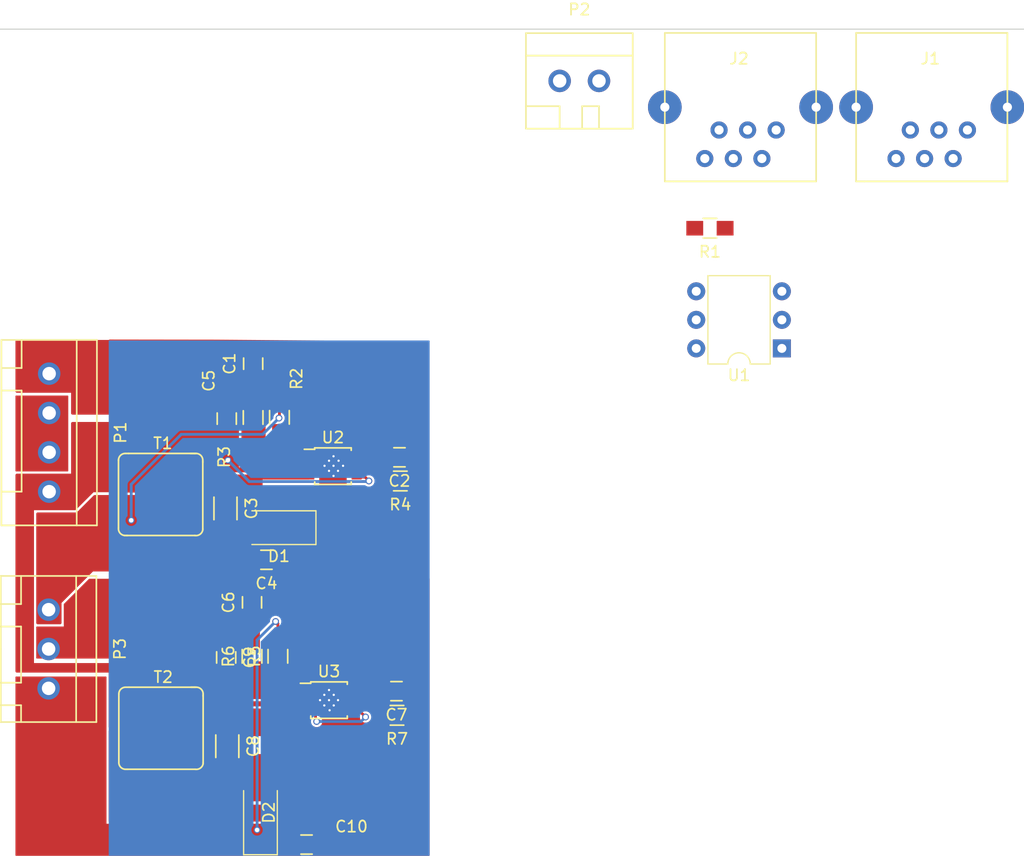
<source format=kicad_pcb>
(kicad_pcb (version 4) (host pcbnew 4.0.5)

  (general
    (links 66)
    (no_connects 12)
    (area 20.949999 20.949999 181.050001 121.050001)
    (thickness 1.6)
    (drawings 4)
    (tracks 104)
    (zones 0)
    (modules 29)
    (nets 32)
  )

  (page A4)
  (layers
    (0 F.Cu signal)
    (31 B.Cu signal)
    (32 B.Adhes user)
    (33 F.Adhes user)
    (34 B.Paste user)
    (35 F.Paste user)
    (36 B.SilkS user)
    (37 F.SilkS user)
    (38 B.Mask user hide)
    (39 F.Mask user)
    (40 Dwgs.User user hide)
    (41 Cmts.User user hide)
    (42 Eco1.User user hide)
    (43 Eco2.User user hide)
    (44 Edge.Cuts user hide)
    (45 Margin user hide)
    (46 B.CrtYd user hide)
    (47 F.CrtYd user)
    (48 B.Fab user hide)
    (49 F.Fab user hide)
  )

  (setup
    (last_trace_width 0.25)
    (trace_clearance 0.1)
    (zone_clearance 0.2)
    (zone_45_only yes)
    (trace_min 0.2)
    (segment_width 0.2)
    (edge_width 0.1)
    (via_size 0.6)
    (via_drill 0.4)
    (via_min_size 0.3)
    (via_min_drill 0.2)
    (blind_buried_vias_allowed yes)
    (uvia_size 0.3)
    (uvia_drill 0.1)
    (uvias_allowed yes)
    (uvia_min_size 0.2)
    (uvia_min_drill 0.1)
    (pcb_text_width 0.3)
    (pcb_text_size 1.5 1.5)
    (mod_edge_width 0.15)
    (mod_text_size 1 1)
    (mod_text_width 0.15)
    (pad_size 1.45 0.45)
    (pad_drill 0)
    (pad_to_mask_clearance 0)
    (aux_axis_origin 0 0)
    (visible_elements 7FFFFF2B)
    (pcbplotparams
      (layerselection 0x00030_80000001)
      (usegerberextensions false)
      (excludeedgelayer true)
      (linewidth 0.100000)
      (plotframeref false)
      (viasonmask false)
      (mode 1)
      (useauxorigin false)
      (hpglpennumber 1)
      (hpglpenspeed 20)
      (hpglpendiameter 15)
      (hpglpenoverlay 2)
      (psnegative false)
      (psa4output false)
      (plotreference true)
      (plotvalue true)
      (plotinvisibletext false)
      (padsonsilk false)
      (subtractmaskfromsilk false)
      (outputformat 1)
      (mirror false)
      (drillshape 0)
      (scaleselection 1)
      (outputdirectory ""))
  )

  (net 0 "")
  (net 1 "Net-(C1-Pad1)")
  (net 2 GND)
  (net 3 "Net-(C2-Pad2)")
  (net 4 "Net-(C3-Pad2)")
  (net 5 "Net-(J1-Pad4)")
  (net 6 "Net-(J1-Pad2)")
  (net 7 "Net-(J1-Pad6)")
  (net 8 "Net-(J1-Pad1)")
  (net 9 "Net-(J1-Pad3)")
  (net 10 "Net-(J1-Pad5)")
  (net 11 "Net-(J2-Pad1)")
  (net 12 OUT_N)
  (net 13 "Net-(P1-Pad2)")
  (net 14 "Net-(P2-Pad1)")
  (net 15 "Net-(R1-Pad1)")
  (net 16 "Net-(R2-Pad1)")
  (net 17 "Net-(R3-Pad1)")
  (net 18 "Net-(R4-Pad2)")
  (net 19 SW_N)
  (net 20 +12V-SR)
  (net 21 "Net-(C6-Pad1)")
  (net 22 "Net-(C7-Pad2)")
  (net 23 SW_P)
  (net 24 "Net-(C8-Pad2)")
  (net 25 OUT_P)
  (net 26 "Net-(R5-Pad1)")
  (net 27 "Net-(R6-Pad1)")
  (net 28 "Net-(R7-Pad2)")
  (net 29 "Net-(U1-Pad3)")
  (net 30 "Net-(U2-Pad8)")
  (net 31 "Net-(U3-Pad8)")

  (net_class Default "Dies ist die voreingestellte Netzklasse."
    (clearance 0.1)
    (trace_width 0.25)
    (via_dia 0.6)
    (via_drill 0.4)
    (uvia_dia 0.3)
    (uvia_drill 0.1)
    (add_net +12V-SR)
    (add_net "Net-(C1-Pad1)")
    (add_net "Net-(C2-Pad2)")
    (add_net "Net-(C3-Pad2)")
    (add_net "Net-(C6-Pad1)")
    (add_net "Net-(C7-Pad2)")
    (add_net "Net-(C8-Pad2)")
    (add_net "Net-(J1-Pad1)")
    (add_net "Net-(J1-Pad2)")
    (add_net "Net-(J1-Pad3)")
    (add_net "Net-(J1-Pad4)")
    (add_net "Net-(J1-Pad5)")
    (add_net "Net-(J1-Pad6)")
    (add_net "Net-(J2-Pad1)")
    (add_net "Net-(P1-Pad2)")
    (add_net "Net-(P2-Pad1)")
    (add_net "Net-(R1-Pad1)")
    (add_net "Net-(R2-Pad1)")
    (add_net "Net-(R3-Pad1)")
    (add_net "Net-(R4-Pad2)")
    (add_net "Net-(R5-Pad1)")
    (add_net "Net-(R6-Pad1)")
    (add_net "Net-(R7-Pad2)")
    (add_net "Net-(U1-Pad3)")
    (add_net "Net-(U2-Pad8)")
    (add_net "Net-(U3-Pad8)")
    (add_net OUT_N)
    (add_net OUT_P)
    (add_net SW_N)
    (add_net SW_P)
  )

  (net_class user ""
    (clearance 0.1)
    (trace_width 0.25)
    (via_dia 0.3)
    (via_drill 0.2)
    (uvia_dia 0.2)
    (uvia_drill 0.1)
    (add_net GND)
  )

  (module Housings_SSOP:MSOP-8-1EP_3x3mm_Pitch0.65mm (layer F.Cu) (tedit 54130A77) (tstamp 5873DFC3)
    (at 56.85 80.7)
    (descr "MS8E Package; 8-Lead Plastic MSOP, Exposed Die Pad (see Linear Technology 05081662_K_MS8E.pdf)")
    (tags "SSOP 0.65")
    (path /586B87EB/586F7A12)
    (attr smd)
    (fp_text reference U3 (at 0 -2.55) (layer F.SilkS)
      (effects (font (size 1 1) (thickness 0.15)))
    )
    (fp_text value LT3580 (at 0 2.55) (layer F.Fab)
      (effects (font (size 1 1) (thickness 0.15)))
    )
    (fp_line (start -0.5 -1.5) (end 1.5 -1.5) (layer F.Fab) (width 0.15))
    (fp_line (start 1.5 -1.5) (end 1.5 1.5) (layer F.Fab) (width 0.15))
    (fp_line (start 1.5 1.5) (end -1.5 1.5) (layer F.Fab) (width 0.15))
    (fp_line (start -1.5 1.5) (end -1.5 -0.5) (layer F.Fab) (width 0.15))
    (fp_line (start -1.5 -0.5) (end -0.5 -1.5) (layer F.Fab) (width 0.15))
    (fp_line (start -2.8 -1.8) (end -2.8 1.8) (layer F.CrtYd) (width 0.05))
    (fp_line (start 2.8 -1.8) (end 2.8 1.8) (layer F.CrtYd) (width 0.05))
    (fp_line (start -2.8 -1.8) (end 2.8 -1.8) (layer F.CrtYd) (width 0.05))
    (fp_line (start -2.8 1.8) (end 2.8 1.8) (layer F.CrtYd) (width 0.05))
    (fp_line (start -1.625 -1.625) (end -1.625 -1.5) (layer F.SilkS) (width 0.15))
    (fp_line (start 1.625 -1.625) (end 1.625 -1.41) (layer F.SilkS) (width 0.15))
    (fp_line (start 1.625 1.625) (end 1.625 1.41) (layer F.SilkS) (width 0.15))
    (fp_line (start -1.625 1.625) (end -1.625 1.41) (layer F.SilkS) (width 0.15))
    (fp_line (start -1.625 -1.625) (end 1.625 -1.625) (layer F.SilkS) (width 0.15))
    (fp_line (start -1.625 1.625) (end 1.625 1.625) (layer F.SilkS) (width 0.15))
    (fp_line (start -1.625 -1.5) (end -2.55 -1.5) (layer F.SilkS) (width 0.15))
    (pad 1 smd rect (at -2.105 -0.975) (size 0.89 0.42) (layers F.Cu F.Paste F.Mask)
      (net 26 "Net-(R5-Pad1)"))
    (pad 2 smd rect (at -2.105 -0.325) (size 0.89 0.42) (layers F.Cu F.Paste F.Mask)
      (net 27 "Net-(R6-Pad1)"))
    (pad 3 smd rect (at -2.105 0.325) (size 0.89 0.42) (layers F.Cu F.Paste F.Mask)
      (net 20 +12V-SR))
    (pad 4 smd rect (at -2.105 0.975) (size 0.89 0.42) (layers F.Cu F.Paste F.Mask)
      (net 23 SW_P))
    (pad 5 smd rect (at 2.105 0.975) (size 0.89 0.42) (layers F.Cu F.Paste F.Mask)
      (net 20 +12V-SR))
    (pad 6 smd rect (at 2.105 0.325) (size 0.89 0.42) (layers F.Cu F.Paste F.Mask)
      (net 28 "Net-(R7-Pad2)"))
    (pad 7 smd rect (at 2.105 -0.325) (size 0.89 0.42) (layers F.Cu F.Paste F.Mask)
      (net 22 "Net-(C7-Pad2)"))
    (pad 8 smd rect (at 2.105 -0.975) (size 0.89 0.42) (layers F.Cu F.Paste F.Mask)
      (net 31 "Net-(U3-Pad8)"))
    (pad 9 smd rect (at 0.42 0.47) (size 0.84 0.94) (layers F.Cu F.Paste F.Mask)
      (net 2 GND) (solder_paste_margin_ratio -0.2))
    (pad 9 smd rect (at 0.42 -0.47) (size 0.84 0.94) (layers F.Cu F.Paste F.Mask)
      (net 2 GND) (solder_paste_margin_ratio -0.2))
    (pad 9 smd rect (at -0.42 0.47) (size 0.84 0.94) (layers F.Cu F.Paste F.Mask)
      (net 2 GND) (solder_paste_margin_ratio -0.2))
    (pad 9 smd rect (at -0.42 -0.47) (size 0.84 0.94) (layers F.Cu F.Paste F.Mask)
      (net 2 GND) (solder_paste_margin_ratio -0.2))
    (model Housings_SSOP.3dshapes/MSOP-8-1EP_3x3mm_Pitch0.65mm.wrl
      (at (xyz 0 0 0))
      (scale (xyz 1 1 1))
      (rotate (xyz 0 0 0))
    )
  )

  (module WE-Drosseln:744878002_WE (layer F.Cu) (tedit 586BBD1E) (tstamp 586F6F11)
    (at 45.65 79.55 270)
    (path /586B87EB/586F7A84)
    (fp_text reference T2 (at -0.9 3.55 360) (layer F.SilkS)
      (effects (font (size 1 1) (thickness 0.15)))
    )
    (fp_text value TRANSFO (at 8.45 3.4 360) (layer F.Fab)
      (effects (font (size 1 1) (thickness 0.15)))
    )
    (fp_arc (start 6.7 6.9) (end 7.3 6.95) (angle 90) (layer F.SilkS) (width 0.15))
    (fp_line (start 7.3 6.8) (end 7.3 6.95) (layer F.SilkS) (width 0.15))
    (fp_line (start 0 6.6) (end 0 6.85) (layer F.SilkS) (width 0.15))
    (fp_line (start 7.3 6.8) (end 7.3 6.7) (layer F.SilkS) (width 0.15))
    (fp_line (start 6.8 0) (end 6.7 0) (layer F.SilkS) (width 0.15))
    (fp_line (start 0.6 0) (end 0.8 0) (layer F.SilkS) (width 0.15))
    (fp_line (start 0 0.6) (end 0 0.7) (layer F.SilkS) (width 0.15))
    (fp_line (start 0 0.7) (end 0 1.1) (layer F.SilkS) (width 0.15))
    (fp_line (start 0 0.7) (end 0 6.6) (layer F.SilkS) (width 0.15))
    (fp_line (start 0.7 0) (end 6.7 0) (layer F.SilkS) (width 0.15))
    (fp_line (start 7.3 6.7) (end 7.3 0.7) (layer F.SilkS) (width 0.15))
    (fp_line (start 0.6 7.5) (end 6.6 7.5) (layer F.SilkS) (width 0.15))
    (fp_arc (start 0.6 6.9) (end 0.6 7.5) (angle 90) (layer F.SilkS) (width 0.15))
    (fp_arc (start 6.7 0.6) (end 6.8 0) (angle 90) (layer F.SilkS) (width 0.15))
    (fp_arc (start 0.6 0.6) (end 0 0.6) (angle 90) (layer F.SilkS) (width 0.15))
    (pad 1 smd rect (at 2.75 1.1 270) (size 1 2.2) (layers F.Cu F.Paste F.Mask)
      (net 23 SW_P))
    (pad 4 smd rect (at 4.55 1.1 270) (size 1 2.2) (layers F.Cu F.Paste F.Mask)
      (net 24 "Net-(C8-Pad2)"))
    (pad 2 smd rect (at 2.75 6.4 270) (size 1 2.2) (layers F.Cu F.Paste F.Mask)
      (net 20 +12V-SR))
    (pad 3 smd rect (at 4.55 6.4 270) (size 1 2.2) (layers F.Cu F.Paste F.Mask)
      (net 2 GND))
  )

  (module Diodes_SMD:MELF_Standard (layer F.Cu) (tedit 5873E290) (tstamp 586F7DE9)
    (at 50.75 91.15 90)
    (descr "Diode, MELF, Standard,")
    (tags "Diode MELF Standard ")
    (path /586B87EB/586F7A32)
    (attr smd)
    (fp_text reference D2 (at 0.45 0.75 90) (layer F.SilkS)
      (effects (font (size 1 1) (thickness 0.15)))
    )
    (fp_text value D_Schottky (at -2 -6.35 180) (layer F.Fab)
      (effects (font (size 1 1) (thickness 0.15)))
    )
    (fp_line (start 2.4 -1.5) (end -3.3 -1.5) (layer F.SilkS) (width 0.12))
    (fp_line (start -3.3 -1.5) (end -3.3 1.5) (layer F.SilkS) (width 0.12))
    (fp_line (start -3.3 1.5) (end 2.4 1.5) (layer F.SilkS) (width 0.12))
    (fp_line (start 2.6 -1.3) (end -2.6 -1.3) (layer F.Fab) (width 0.1))
    (fp_line (start -2.6 -1.3) (end -2.6 1.3) (layer F.Fab) (width 0.1))
    (fp_line (start -2.6 1.3) (end 2.6 1.3) (layer F.Fab) (width 0.1))
    (fp_line (start 2.6 1.3) (end 2.6 -1.3) (layer F.Fab) (width 0.1))
    (fp_line (start -0.64944 0.00102) (end -1.55114 0.00102) (layer F.Fab) (width 0.1))
    (fp_line (start 0.50118 0.00102) (end 1.4994 0.00102) (layer F.Fab) (width 0.1))
    (fp_line (start -0.64944 -0.79908) (end -0.64944 0.80112) (layer F.Fab) (width 0.1))
    (fp_line (start 0.50118 0.75032) (end 0.50118 -0.79908) (layer F.Fab) (width 0.1))
    (fp_line (start -0.64944 0.00102) (end 0.50118 0.75032) (layer F.Fab) (width 0.1))
    (fp_line (start -0.64944 0.00102) (end 0.50118 -0.79908) (layer F.Fab) (width 0.1))
    (fp_line (start -3.4 -1.6) (end 3.4 -1.6) (layer F.CrtYd) (width 0.05))
    (fp_line (start 3.4 -1.6) (end 3.4 1.6) (layer F.CrtYd) (width 0.05))
    (fp_line (start 3.4 1.6) (end -3.4 1.6) (layer F.CrtYd) (width 0.05))
    (fp_line (start -3.4 1.6) (end -3.4 -1.6) (layer F.CrtYd) (width 0.05))
    (pad 1 smd rect (at -2.4 0 90) (size 1.5 2.7) (layers F.Cu F.Paste F.Mask)
      (net 25 OUT_P))
    (pad 2 smd rect (at 2.4 0 90) (size 1.5 2.7) (layers F.Cu F.Paste F.Mask)
      (net 24 "Net-(C8-Pad2)"))
    (model Diodes_SMD.3dshapes/MELF_Standard.wrl
      (at (xyz 0 0 0))
      (scale (xyz 0.3937 0.3937 0.3937))
      (rotate (xyz 0 0 180))
    )
  )

  (module Housings_SSOP:MSOP-8-1EP_3x3mm_Pitch0.65mm (layer F.Cu) (tedit 54130A77) (tstamp 5873DFB4)
    (at 57.2008 59.8805)
    (descr "MS8E Package; 8-Lead Plastic MSOP, Exposed Die Pad (see Linear Technology 05081662_K_MS8E.pdf)")
    (tags "SSOP 0.65")
    (path /586B87EB/586BA614)
    (attr smd)
    (fp_text reference U2 (at 0 -2.55) (layer F.SilkS)
      (effects (font (size 1 1) (thickness 0.15)))
    )
    (fp_text value LT3580 (at 0 2.55) (layer F.Fab)
      (effects (font (size 1 1) (thickness 0.15)))
    )
    (fp_line (start -0.5 -1.5) (end 1.5 -1.5) (layer F.Fab) (width 0.15))
    (fp_line (start 1.5 -1.5) (end 1.5 1.5) (layer F.Fab) (width 0.15))
    (fp_line (start 1.5 1.5) (end -1.5 1.5) (layer F.Fab) (width 0.15))
    (fp_line (start -1.5 1.5) (end -1.5 -0.5) (layer F.Fab) (width 0.15))
    (fp_line (start -1.5 -0.5) (end -0.5 -1.5) (layer F.Fab) (width 0.15))
    (fp_line (start -2.8 -1.8) (end -2.8 1.8) (layer F.CrtYd) (width 0.05))
    (fp_line (start 2.8 -1.8) (end 2.8 1.8) (layer F.CrtYd) (width 0.05))
    (fp_line (start -2.8 -1.8) (end 2.8 -1.8) (layer F.CrtYd) (width 0.05))
    (fp_line (start -2.8 1.8) (end 2.8 1.8) (layer F.CrtYd) (width 0.05))
    (fp_line (start -1.625 -1.625) (end -1.625 -1.5) (layer F.SilkS) (width 0.15))
    (fp_line (start 1.625 -1.625) (end 1.625 -1.41) (layer F.SilkS) (width 0.15))
    (fp_line (start 1.625 1.625) (end 1.625 1.41) (layer F.SilkS) (width 0.15))
    (fp_line (start -1.625 1.625) (end -1.625 1.41) (layer F.SilkS) (width 0.15))
    (fp_line (start -1.625 -1.625) (end 1.625 -1.625) (layer F.SilkS) (width 0.15))
    (fp_line (start -1.625 1.625) (end 1.625 1.625) (layer F.SilkS) (width 0.15))
    (fp_line (start -1.625 -1.5) (end -2.55 -1.5) (layer F.SilkS) (width 0.15))
    (pad 1 smd rect (at -2.105 -0.975) (size 0.89 0.42) (layers F.Cu F.Paste F.Mask)
      (net 16 "Net-(R2-Pad1)"))
    (pad 2 smd rect (at -2.105 -0.325) (size 0.89 0.42) (layers F.Cu F.Paste F.Mask)
      (net 17 "Net-(R3-Pad1)"))
    (pad 3 smd rect (at -2.105 0.325) (size 0.89 0.42) (layers F.Cu F.Paste F.Mask)
      (net 20 +12V-SR))
    (pad 4 smd rect (at -2.105 0.975) (size 0.89 0.42) (layers F.Cu F.Paste F.Mask)
      (net 19 SW_N))
    (pad 5 smd rect (at 2.105 0.975) (size 0.89 0.42) (layers F.Cu F.Paste F.Mask)
      (net 20 +12V-SR))
    (pad 6 smd rect (at 2.105 0.325) (size 0.89 0.42) (layers F.Cu F.Paste F.Mask)
      (net 18 "Net-(R4-Pad2)"))
    (pad 7 smd rect (at 2.105 -0.325) (size 0.89 0.42) (layers F.Cu F.Paste F.Mask)
      (net 3 "Net-(C2-Pad2)"))
    (pad 8 smd rect (at 2.105 -0.975) (size 0.89 0.42) (layers F.Cu F.Paste F.Mask)
      (net 30 "Net-(U2-Pad8)"))
    (pad 9 smd rect (at 0.42 0.47) (size 0.84 0.94) (layers F.Cu F.Paste F.Mask)
      (net 2 GND) (solder_paste_margin_ratio -0.2))
    (pad 9 smd rect (at 0.42 -0.47) (size 0.84 0.94) (layers F.Cu F.Paste F.Mask)
      (net 2 GND) (solder_paste_margin_ratio -0.2))
    (pad 9 smd rect (at -0.42 0.47) (size 0.84 0.94) (layers F.Cu F.Paste F.Mask)
      (net 2 GND) (solder_paste_margin_ratio -0.2))
    (pad 9 smd rect (at -0.42 -0.47) (size 0.84 0.94) (layers F.Cu F.Paste F.Mask)
      (net 2 GND) (solder_paste_margin_ratio -0.2))
    (model Housings_SSOP.3dshapes/MSOP-8-1EP_3x3mm_Pitch0.65mm.wrl
      (at (xyz 0 0 0))
      (scale (xyz 1 1 1))
      (rotate (xyz 0 0 0))
    )
  )

  (module Capacitors_SMD:C_0805_HandSoldering placed (layer F.Cu) (tedit 541A9B8D) (tstamp 586CE9EB)
    (at 50.1015 50.7619 90)
    (descr "Capacitor SMD 0805, hand soldering")
    (tags "capacitor 0805")
    (path /586B87EB/586B882C)
    (attr smd)
    (fp_text reference C1 (at 0 -2.1 90) (layer F.SilkS)
      (effects (font (size 1 1) (thickness 0.15)))
    )
    (fp_text value 1n (at 0 2.1 90) (layer F.Fab)
      (effects (font (size 1 1) (thickness 0.15)))
    )
    (fp_line (start -1 0.625) (end -1 -0.625) (layer F.Fab) (width 0.15))
    (fp_line (start 1 0.625) (end -1 0.625) (layer F.Fab) (width 0.15))
    (fp_line (start 1 -0.625) (end 1 0.625) (layer F.Fab) (width 0.15))
    (fp_line (start -1 -0.625) (end 1 -0.625) (layer F.Fab) (width 0.15))
    (fp_line (start -2.3 -1) (end 2.3 -1) (layer F.CrtYd) (width 0.05))
    (fp_line (start -2.3 1) (end 2.3 1) (layer F.CrtYd) (width 0.05))
    (fp_line (start -2.3 -1) (end -2.3 1) (layer F.CrtYd) (width 0.05))
    (fp_line (start 2.3 -1) (end 2.3 1) (layer F.CrtYd) (width 0.05))
    (fp_line (start 0.5 -0.85) (end -0.5 -0.85) (layer F.SilkS) (width 0.15))
    (fp_line (start -0.5 0.85) (end 0.5 0.85) (layer F.SilkS) (width 0.15))
    (pad 1 smd rect (at -1.25 0 90) (size 1.5 1.25) (layers F.Cu F.Paste F.Mask)
      (net 1 "Net-(C1-Pad1)"))
    (pad 2 smd rect (at 1.25 0 90) (size 1.5 1.25) (layers F.Cu F.Paste F.Mask)
      (net 2 GND))
    (model Capacitors_SMD.3dshapes/C_0805_HandSoldering.wrl
      (at (xyz 0 0 0))
      (scale (xyz 1 1 1))
      (rotate (xyz 0 0 0))
    )
  )

  (module Capacitors_SMD:C_0805_HandSoldering placed (layer F.Cu) (tedit 541A9B8D) (tstamp 586CE9F1)
    (at 63.119 59.0931 180)
    (descr "Capacitor SMD 0805, hand soldering")
    (tags "capacitor 0805")
    (path /586B87EB/586BB9C6)
    (attr smd)
    (fp_text reference C2 (at 0 -2.1 180) (layer F.SilkS)
      (effects (font (size 1 1) (thickness 0.15)))
    )
    (fp_text value 0,1u (at 0 2.1 180) (layer F.Fab)
      (effects (font (size 1 1) (thickness 0.15)))
    )
    (fp_line (start -1 0.625) (end -1 -0.625) (layer F.Fab) (width 0.15))
    (fp_line (start 1 0.625) (end -1 0.625) (layer F.Fab) (width 0.15))
    (fp_line (start 1 -0.625) (end 1 0.625) (layer F.Fab) (width 0.15))
    (fp_line (start -1 -0.625) (end 1 -0.625) (layer F.Fab) (width 0.15))
    (fp_line (start -2.3 -1) (end 2.3 -1) (layer F.CrtYd) (width 0.05))
    (fp_line (start -2.3 1) (end 2.3 1) (layer F.CrtYd) (width 0.05))
    (fp_line (start -2.3 -1) (end -2.3 1) (layer F.CrtYd) (width 0.05))
    (fp_line (start 2.3 -1) (end 2.3 1) (layer F.CrtYd) (width 0.05))
    (fp_line (start 0.5 -0.85) (end -0.5 -0.85) (layer F.SilkS) (width 0.15))
    (fp_line (start -0.5 0.85) (end 0.5 0.85) (layer F.SilkS) (width 0.15))
    (pad 1 smd rect (at -1.25 0 180) (size 1.5 1.25) (layers F.Cu F.Paste F.Mask)
      (net 2 GND))
    (pad 2 smd rect (at 1.25 0 180) (size 1.5 1.25) (layers F.Cu F.Paste F.Mask)
      (net 3 "Net-(C2-Pad2)"))
    (model Capacitors_SMD.3dshapes/C_0805_HandSoldering.wrl
      (at (xyz 0 0 0))
      (scale (xyz 1 1 1))
      (rotate (xyz 0 0 0))
    )
  )

  (module Capacitors_SMD:C_0805_HandSoldering placed (layer F.Cu) (tedit 541A9B8D) (tstamp 586CE9FD)
    (at 51.2826 68.2117 180)
    (descr "Capacitor SMD 0805, hand soldering")
    (tags "capacitor 0805")
    (path /586B87EB/586BBC5E)
    (attr smd)
    (fp_text reference C4 (at 0 -2.1 180) (layer F.SilkS)
      (effects (font (size 1 1) (thickness 0.15)))
    )
    (fp_text value 10u (at 0 2.1 180) (layer F.Fab)
      (effects (font (size 1 1) (thickness 0.15)))
    )
    (fp_line (start -1 0.625) (end -1 -0.625) (layer F.Fab) (width 0.15))
    (fp_line (start 1 0.625) (end -1 0.625) (layer F.Fab) (width 0.15))
    (fp_line (start 1 -0.625) (end 1 0.625) (layer F.Fab) (width 0.15))
    (fp_line (start -1 -0.625) (end 1 -0.625) (layer F.Fab) (width 0.15))
    (fp_line (start -2.3 -1) (end 2.3 -1) (layer F.CrtYd) (width 0.05))
    (fp_line (start -2.3 1) (end 2.3 1) (layer F.CrtYd) (width 0.05))
    (fp_line (start -2.3 -1) (end -2.3 1) (layer F.CrtYd) (width 0.05))
    (fp_line (start 2.3 -1) (end 2.3 1) (layer F.CrtYd) (width 0.05))
    (fp_line (start 0.5 -0.85) (end -0.5 -0.85) (layer F.SilkS) (width 0.15))
    (fp_line (start -0.5 0.85) (end 0.5 0.85) (layer F.SilkS) (width 0.15))
    (pad 1 smd rect (at -1.25 0 180) (size 1.5 1.25) (layers F.Cu F.Paste F.Mask)
      (net 2 GND))
    (pad 2 smd rect (at 1.25 0 180) (size 1.5 1.25) (layers F.Cu F.Paste F.Mask)
      (net 12 OUT_N))
    (model Capacitors_SMD.3dshapes/C_0805_HandSoldering.wrl
      (at (xyz 0 0 0))
      (scale (xyz 1 1 1))
      (rotate (xyz 0 0 0))
    )
  )

  (module Connectors:RJ12_E placed (layer F.Cu) (tedit 0) (tstamp 586CEA0F)
    (at 110.3503 23.622 180)
    (path /586A3D0A)
    (fp_text reference J1 (at 0 0 180) (layer F.SilkS)
      (effects (font (size 1 1) (thickness 0.15)))
    )
    (fp_text value JACK_TRS_6PINS (at 0 -2.54 180) (layer F.Fab)
      (effects (font (size 1 1) (thickness 0.15)))
    )
    (fp_line (start -6.858 -10.922) (end -6.858 2.286) (layer F.SilkS) (width 0.15))
    (fp_line (start 6.604 -10.922) (end 6.604 2.286) (layer F.SilkS) (width 0.15))
    (fp_line (start -6.858 2.286) (end 6.604 2.286) (layer F.SilkS) (width 0.15))
    (fp_line (start 5.842 -10.922) (end 6.604 -10.922) (layer F.SilkS) (width 0.15))
    (fp_line (start -6.858 -10.922) (end 5.842 -10.922) (layer F.SilkS) (width 0.15))
    (pad 4 thru_hole circle (at 0.508 -8.89 180) (size 1.524 1.524) (drill 0.8128) (layers *.Cu *.Mask)
      (net 5 "Net-(J1-Pad4)"))
    (pad 2 thru_hole circle (at -2.032 -8.89 180) (size 1.524 1.524) (drill 0.8128) (layers *.Cu *.Mask)
      (net 6 "Net-(J1-Pad2)"))
    (pad 6 thru_hole circle (at 3.048 -8.89 180) (size 1.524 1.524) (drill 0.8128) (layers *.Cu *.Mask)
      (net 7 "Net-(J1-Pad6)"))
    (pad 1 thru_hole circle (at -3.302 -6.35 180) (size 1.524 1.524) (drill 0.8128) (layers *.Cu *.Mask)
      (net 8 "Net-(J1-Pad1)"))
    (pad 3 thru_hole circle (at -0.762 -6.35 180) (size 1.524 1.524) (drill 0.8128) (layers *.Cu *.Mask)
      (net 9 "Net-(J1-Pad3)"))
    (pad 5 thru_hole circle (at 1.778 -6.35 180) (size 1.524 1.524) (drill 0.8128) (layers *.Cu *.Mask)
      (net 10 "Net-(J1-Pad5)"))
    (pad 8 thru_hole circle (at 6.604 -4.318 180) (size 2.99974 2.99974) (drill 0.8128) (layers *.Cu *.Mask))
    (pad 7 thru_hole circle (at -6.858 -4.318 180) (size 2.99974 2.99974) (drill 0.8128) (layers *.Cu *.Mask))
  )

  (module Connectors:RJ12_E placed (layer F.Cu) (tedit 0) (tstamp 586CEA1B)
    (at 93.3323 23.622 180)
    (path /586A3B67)
    (fp_text reference J2 (at 0 0 180) (layer F.SilkS)
      (effects (font (size 1 1) (thickness 0.15)))
    )
    (fp_text value JACK_TRS_6PINS (at 0 -2.54 180) (layer F.Fab)
      (effects (font (size 1 1) (thickness 0.15)))
    )
    (fp_line (start -6.858 -10.922) (end -6.858 2.286) (layer F.SilkS) (width 0.15))
    (fp_line (start 6.604 -10.922) (end 6.604 2.286) (layer F.SilkS) (width 0.15))
    (fp_line (start -6.858 2.286) (end 6.604 2.286) (layer F.SilkS) (width 0.15))
    (fp_line (start 5.842 -10.922) (end 6.604 -10.922) (layer F.SilkS) (width 0.15))
    (fp_line (start -6.858 -10.922) (end 5.842 -10.922) (layer F.SilkS) (width 0.15))
    (pad 4 thru_hole circle (at 0.508 -8.89 180) (size 1.524 1.524) (drill 0.8128) (layers *.Cu *.Mask)
      (net 5 "Net-(J1-Pad4)"))
    (pad 2 thru_hole circle (at -2.032 -8.89 180) (size 1.524 1.524) (drill 0.8128) (layers *.Cu *.Mask)
      (net 6 "Net-(J1-Pad2)"))
    (pad 6 thru_hole circle (at 3.048 -8.89 180) (size 1.524 1.524) (drill 0.8128) (layers *.Cu *.Mask)
      (net 7 "Net-(J1-Pad6)"))
    (pad 1 thru_hole circle (at -3.302 -6.35 180) (size 1.524 1.524) (drill 0.8128) (layers *.Cu *.Mask)
      (net 11 "Net-(J2-Pad1)"))
    (pad 3 thru_hole circle (at -0.762 -6.35 180) (size 1.524 1.524) (drill 0.8128) (layers *.Cu *.Mask)
      (net 9 "Net-(J1-Pad3)"))
    (pad 5 thru_hole circle (at 1.778 -6.35 180) (size 1.524 1.524) (drill 0.8128) (layers *.Cu *.Mask)
      (net 10 "Net-(J1-Pad5)"))
    (pad 8 thru_hole circle (at 6.604 -4.318 180) (size 2.99974 2.99974) (drill 0.8128) (layers *.Cu *.Mask))
    (pad 7 thru_hole circle (at -6.858 -4.318 180) (size 2.99974 2.99974) (drill 0.8128) (layers *.Cu *.Mask))
  )

  (module Sockets_WAGO734:WAGO_734_4pin_Straight placed (layer F.Cu) (tedit 0) (tstamp 586CEA2B)
    (at 31.95 56.9 270)
    (descr "WAGO, Serie 734, Socket, Stiftleiste, 4 polig, 4 pin, straight, gerade, Date 05Jul2010,")
    (tags "WAGO, Serie 734, Socket, Stiftleiste, 4 polig, 4 pin, straight, gerade, Date 05Jul2010,")
    (path /586A3FA5)
    (fp_text reference P1 (at 0 -6.35 270) (layer F.SilkS)
      (effects (font (size 1 1) (thickness 0.15)))
    )
    (fp_text value CONN_01X04 (at 0 6.35 270) (layer F.Fab)
      (effects (font (size 1 1) (thickness 0.15)))
    )
    (fp_line (start -8.24992 -2.4511) (end 8.24992 -2.4511) (layer F.SilkS) (width 0.15))
    (fp_line (start 5.25018 4.24942) (end 5.25018 2.4511) (layer F.SilkS) (width 0.15))
    (fp_line (start 5.25018 2.4511) (end -3.74904 2.4511) (layer F.SilkS) (width 0.15))
    (fp_line (start -3.74904 4.24942) (end -3.74904 2.4511) (layer F.SilkS) (width 0.15))
    (fp_line (start -8.24992 2.4511) (end -5.75056 2.4511) (layer F.SilkS) (width 0.15))
    (fp_line (start -5.75056 2.4511) (end -5.75056 4.20116) (layer F.SilkS) (width 0.15))
    (fp_line (start 0 4.24942) (end -8.24992 4.24942) (layer F.SilkS) (width 0.15))
    (fp_line (start -8.24992 4.24942) (end -8.24992 -4.24942) (layer F.SilkS) (width 0.15))
    (fp_line (start -8.24992 -4.24942) (end 8.24992 -4.24942) (layer F.SilkS) (width 0.15))
    (fp_line (start 8.24992 -4.24942) (end 8.24992 4.24942) (layer F.SilkS) (width 0.15))
    (fp_line (start 8.24992 4.24942) (end 0 4.24942) (layer F.SilkS) (width 0.15))
    (pad 2 thru_hole circle (at -1.75006 0 270) (size 1.99898 1.99898) (drill 1.19888) (layers *.Cu *.Mask)
      (net 13 "Net-(P1-Pad2)"))
    (pad 1 thru_hole circle (at -5.25018 0 270) (size 1.99898 1.99898) (drill 1.19888) (layers *.Cu *.Mask)
      (net 2 GND))
    (pad 3 thru_hole circle (at 1.75006 0 270) (size 1.99898 1.99898) (drill 1.19888) (layers *.Cu *.Mask)
      (net 13 "Net-(P1-Pad2)"))
    (pad 4 thru_hole circle (at 5.25018 0 270) (size 1.99898 1.99898) (drill 1.19888) (layers *.Cu *.Mask)
      (net 20 +12V-SR))
  )

  (module Sockets_WAGO734:WAGO_734_2pin_Straight placed (layer F.Cu) (tedit 0) (tstamp 586CEA31)
    (at 79.121 25.6032)
    (descr "WAGO, Serie 734, Socket, Stiftleiste, 2 polig, 2 pin, straight, gerade, Date 05Jul2010,")
    (tags "WAGO, Serie 734, Socket, Stiftleiste, 2 polig, 2 pin, straight, gerade, Date 05Jul2010,")
    (path /586A5241)
    (fp_text reference P2 (at 0 -6.35) (layer F.SilkS)
      (effects (font (size 1 1) (thickness 0.15)))
    )
    (fp_text value CONN_01X02 (at 0 6.35) (layer F.Fab)
      (effects (font (size 1 1) (thickness 0.15)))
    )
    (fp_line (start -4.7498 -2.25044) (end 4.7498 -2.25044) (layer F.SilkS) (width 0.15))
    (fp_line (start 0.24892 4.24942) (end 0.24892 2.25044) (layer F.SilkS) (width 0.15))
    (fp_line (start 0.24892 2.25044) (end 1.75006 2.25044) (layer F.SilkS) (width 0.15))
    (fp_line (start 1.75006 2.25044) (end 1.75006 4.24942) (layer F.SilkS) (width 0.15))
    (fp_line (start -4.7498 2.25044) (end -1.75006 2.25044) (layer F.SilkS) (width 0.15))
    (fp_line (start -1.75006 2.25044) (end -1.75006 4.20116) (layer F.SilkS) (width 0.15))
    (fp_line (start 4.7498 4.24942) (end 4.7498 -4.24942) (layer F.SilkS) (width 0.15))
    (fp_line (start 4.7498 -4.24942) (end -4.7498 -4.24942) (layer F.SilkS) (width 0.15))
    (fp_line (start -4.7498 -4.24942) (end -4.7498 4.24942) (layer F.SilkS) (width 0.15))
    (fp_line (start -4.7498 4.24942) (end 4.7498 4.24942) (layer F.SilkS) (width 0.15))
    (pad 2 thru_hole circle (at 1.75006 0) (size 1.99898 1.99898) (drill 1.19888) (layers *.Cu *.Mask)
      (net 20 +12V-SR))
    (pad 1 thru_hole circle (at -1.75006 0) (size 1.99898 1.99898) (drill 1.19888) (layers *.Cu *.Mask)
      (net 14 "Net-(P2-Pad1)"))
  )

  (module Resistors_SMD:R_0805_HandSoldering placed (layer F.Cu) (tedit 58307B90) (tstamp 586CEA37)
    (at 90.7415 38.7096 180)
    (descr "Resistor SMD 0805, hand soldering")
    (tags "resistor 0805")
    (path /586A4056)
    (attr smd)
    (fp_text reference R1 (at 0 -2.1 180) (layer F.SilkS)
      (effects (font (size 1 1) (thickness 0.15)))
    )
    (fp_text value R (at 0 2.1 180) (layer F.Fab)
      (effects (font (size 1 1) (thickness 0.15)))
    )
    (fp_line (start -1 0.625) (end -1 -0.625) (layer F.Fab) (width 0.1))
    (fp_line (start 1 0.625) (end -1 0.625) (layer F.Fab) (width 0.1))
    (fp_line (start 1 -0.625) (end 1 0.625) (layer F.Fab) (width 0.1))
    (fp_line (start -1 -0.625) (end 1 -0.625) (layer F.Fab) (width 0.1))
    (fp_line (start -2.4 -1) (end 2.4 -1) (layer F.CrtYd) (width 0.05))
    (fp_line (start -2.4 1) (end 2.4 1) (layer F.CrtYd) (width 0.05))
    (fp_line (start -2.4 -1) (end -2.4 1) (layer F.CrtYd) (width 0.05))
    (fp_line (start 2.4 -1) (end 2.4 1) (layer F.CrtYd) (width 0.05))
    (fp_line (start 0.6 0.875) (end -0.6 0.875) (layer F.SilkS) (width 0.15))
    (fp_line (start -0.6 -0.875) (end 0.6 -0.875) (layer F.SilkS) (width 0.15))
    (pad 1 smd rect (at -1.35 0 180) (size 1.5 1.3) (layers F.Cu F.Paste F.Mask)
      (net 15 "Net-(R1-Pad1)"))
    (pad 2 smd rect (at 1.35 0 180) (size 1.5 1.3) (layers F.Cu F.Paste F.Mask)
      (net 20 +12V-SR))
    (model Resistors_SMD.3dshapes/R_0805_HandSoldering.wrl
      (at (xyz 0 0 0))
      (scale (xyz 1 1 1))
      (rotate (xyz 0 0 0))
    )
  )

  (module Resistors_SMD:R_0805_HandSoldering placed (layer F.Cu) (tedit 586D0E8D) (tstamp 586CEA3D)
    (at 52.4383 55.5371 90)
    (descr "Resistor SMD 0805, hand soldering")
    (tags "resistor 0805")
    (path /586B87EB/586BB371)
    (attr smd)
    (fp_text reference R2 (at 3.429 1.524 90) (layer F.SilkS)
      (effects (font (size 1 1) (thickness 0.15)))
    )
    (fp_text value 180k (at 0 2.1 90) (layer F.Fab)
      (effects (font (size 1 1) (thickness 0.15)))
    )
    (fp_line (start -1 0.625) (end -1 -0.625) (layer F.Fab) (width 0.1))
    (fp_line (start 1 0.625) (end -1 0.625) (layer F.Fab) (width 0.1))
    (fp_line (start 1 -0.625) (end 1 0.625) (layer F.Fab) (width 0.1))
    (fp_line (start -1 -0.625) (end 1 -0.625) (layer F.Fab) (width 0.1))
    (fp_line (start -2.4 -1) (end 2.4 -1) (layer F.CrtYd) (width 0.05))
    (fp_line (start -2.4 1) (end 2.4 1) (layer F.CrtYd) (width 0.05))
    (fp_line (start -2.4 -1) (end -2.4 1) (layer F.CrtYd) (width 0.05))
    (fp_line (start 2.4 -1) (end 2.4 1) (layer F.CrtYd) (width 0.05))
    (fp_line (start 0.6 0.875) (end -0.6 0.875) (layer F.SilkS) (width 0.15))
    (fp_line (start -0.6 -0.875) (end 0.6 -0.875) (layer F.SilkS) (width 0.15))
    (pad 1 smd rect (at -1.35 0 90) (size 1.5 1.3) (layers F.Cu F.Paste F.Mask)
      (net 16 "Net-(R2-Pad1)"))
    (pad 2 smd rect (at 1.35 0 90) (size 1.5 1.3) (layers F.Cu F.Paste F.Mask)
      (net 12 OUT_N))
    (model Resistors_SMD.3dshapes/R_0805_HandSoldering.wrl
      (at (xyz 0 0 0))
      (scale (xyz 1 1 1))
      (rotate (xyz 0 0 0))
    )
  )

  (module Resistors_SMD:R_0805_HandSoldering placed (layer F.Cu) (tedit 586F923C) (tstamp 586CEA43)
    (at 50.0976 55.552 90)
    (descr "Resistor SMD 0805, hand soldering")
    (tags "resistor 0805")
    (path /586B87EB/586B9F5F)
    (attr smd)
    (fp_text reference R3 (at -3.5157 -2.5742 90) (layer F.SilkS)
      (effects (font (size 1 1) (thickness 0.15)))
    )
    (fp_text value 20k (at -2.5378 0.0801 90) (layer F.Fab)
      (effects (font (size 1 1) (thickness 0.15)))
    )
    (fp_line (start -1 0.625) (end -1 -0.625) (layer F.Fab) (width 0.1))
    (fp_line (start 1 0.625) (end -1 0.625) (layer F.Fab) (width 0.1))
    (fp_line (start 1 -0.625) (end 1 0.625) (layer F.Fab) (width 0.1))
    (fp_line (start -1 -0.625) (end 1 -0.625) (layer F.Fab) (width 0.1))
    (fp_line (start -2.4 -1) (end 2.4 -1) (layer F.CrtYd) (width 0.05))
    (fp_line (start -2.4 1) (end 2.4 1) (layer F.CrtYd) (width 0.05))
    (fp_line (start -2.4 -1) (end -2.4 1) (layer F.CrtYd) (width 0.05))
    (fp_line (start 2.4 -1) (end 2.4 1) (layer F.CrtYd) (width 0.05))
    (fp_line (start 0.6 0.875) (end -0.6 0.875) (layer F.SilkS) (width 0.15))
    (fp_line (start -0.6 -0.875) (end 0.6 -0.875) (layer F.SilkS) (width 0.15))
    (pad 1 smd rect (at -1.35 0 90) (size 1.5 1.3) (layers F.Cu F.Paste F.Mask)
      (net 17 "Net-(R3-Pad1)"))
    (pad 2 smd rect (at 1.35 0 90) (size 1.5 1.3) (layers F.Cu F.Paste F.Mask)
      (net 1 "Net-(C1-Pad1)"))
    (model Resistors_SMD.3dshapes/R_0805_HandSoldering.wrl
      (at (xyz 0 0 0))
      (scale (xyz 1 1 1))
      (rotate (xyz 0 0 0))
    )
  )

  (module Resistors_SMD:R_0805_HandSoldering placed (layer F.Cu) (tedit 58307B90) (tstamp 586CEA49)
    (at 63.1952 61.2013 180)
    (descr "Resistor SMD 0805, hand soldering")
    (tags "resistor 0805")
    (path /586B87EB/586BB89D)
    (attr smd)
    (fp_text reference R4 (at 0 -2.1 180) (layer F.SilkS)
      (effects (font (size 1 1) (thickness 0.15)))
    )
    (fp_text value 85k (at 0 2.1 180) (layer F.Fab)
      (effects (font (size 1 1) (thickness 0.15)))
    )
    (fp_line (start -1 0.625) (end -1 -0.625) (layer F.Fab) (width 0.1))
    (fp_line (start 1 0.625) (end -1 0.625) (layer F.Fab) (width 0.1))
    (fp_line (start 1 -0.625) (end 1 0.625) (layer F.Fab) (width 0.1))
    (fp_line (start -1 -0.625) (end 1 -0.625) (layer F.Fab) (width 0.1))
    (fp_line (start -2.4 -1) (end 2.4 -1) (layer F.CrtYd) (width 0.05))
    (fp_line (start -2.4 1) (end 2.4 1) (layer F.CrtYd) (width 0.05))
    (fp_line (start -2.4 -1) (end -2.4 1) (layer F.CrtYd) (width 0.05))
    (fp_line (start 2.4 -1) (end 2.4 1) (layer F.CrtYd) (width 0.05))
    (fp_line (start 0.6 0.875) (end -0.6 0.875) (layer F.SilkS) (width 0.15))
    (fp_line (start -0.6 -0.875) (end 0.6 -0.875) (layer F.SilkS) (width 0.15))
    (pad 1 smd rect (at -1.35 0 180) (size 1.5 1.3) (layers F.Cu F.Paste F.Mask)
      (net 2 GND))
    (pad 2 smd rect (at 1.35 0 180) (size 1.5 1.3) (layers F.Cu F.Paste F.Mask)
      (net 18 "Net-(R4-Pad2)"))
    (model Resistors_SMD.3dshapes/R_0805_HandSoldering.wrl
      (at (xyz 0 0 0))
      (scale (xyz 1 1 1))
      (rotate (xyz 0 0 0))
    )
  )

  (module Housings_DIP:DIP-6_W7.62mm placed (layer F.Cu) (tedit 586281B4) (tstamp 586CEA53)
    (at 97.1423 49.403 180)
    (descr "6-lead dip package, row spacing 7.62 mm (300 mils)")
    (tags "DIL DIP PDIP 2.54mm 7.62mm 300mil")
    (path /586A488C)
    (fp_text reference U1 (at 3.81 -2.39 180) (layer F.SilkS)
      (effects (font (size 1 1) (thickness 0.15)))
    )
    (fp_text value AQV252G (at 3.81 7.47 180) (layer F.Fab)
      (effects (font (size 1 1) (thickness 0.15)))
    )
    (fp_arc (start 3.81 -1.39) (end 2.81 -1.39) (angle -180) (layer F.SilkS) (width 0.12))
    (fp_line (start 1.635 -1.27) (end 6.985 -1.27) (layer F.Fab) (width 0.1))
    (fp_line (start 6.985 -1.27) (end 6.985 6.35) (layer F.Fab) (width 0.1))
    (fp_line (start 6.985 6.35) (end 0.635 6.35) (layer F.Fab) (width 0.1))
    (fp_line (start 0.635 6.35) (end 0.635 -0.27) (layer F.Fab) (width 0.1))
    (fp_line (start 0.635 -0.27) (end 1.635 -1.27) (layer F.Fab) (width 0.1))
    (fp_line (start 2.81 -1.39) (end 1.04 -1.39) (layer F.SilkS) (width 0.12))
    (fp_line (start 1.04 -1.39) (end 1.04 6.47) (layer F.SilkS) (width 0.12))
    (fp_line (start 1.04 6.47) (end 6.58 6.47) (layer F.SilkS) (width 0.12))
    (fp_line (start 6.58 6.47) (end 6.58 -1.39) (layer F.SilkS) (width 0.12))
    (fp_line (start 6.58 -1.39) (end 4.81 -1.39) (layer F.SilkS) (width 0.12))
    (fp_line (start -1.1 -1.6) (end -1.1 6.6) (layer F.CrtYd) (width 0.05))
    (fp_line (start -1.1 6.6) (end 8.7 6.6) (layer F.CrtYd) (width 0.05))
    (fp_line (start 8.7 6.6) (end 8.7 -1.6) (layer F.CrtYd) (width 0.05))
    (fp_line (start 8.7 -1.6) (end -1.1 -1.6) (layer F.CrtYd) (width 0.05))
    (pad 1 thru_hole rect (at 0 0 180) (size 1.6 1.6) (drill 0.8) (layers *.Cu *.Mask)
      (net 15 "Net-(R1-Pad1)"))
    (pad 4 thru_hole oval (at 7.62 5.08 180) (size 1.6 1.6) (drill 0.8) (layers *.Cu *.Mask)
      (net 14 "Net-(P2-Pad1)"))
    (pad 2 thru_hole oval (at 0 2.54 180) (size 1.6 1.6) (drill 0.8) (layers *.Cu *.Mask)
      (net 2 GND))
    (pad 5 thru_hole oval (at 7.62 2.54 180) (size 1.6 1.6) (drill 0.8) (layers *.Cu *.Mask)
      (net 11 "Net-(J2-Pad1)"))
    (pad 3 thru_hole oval (at 0 5.08 180) (size 1.6 1.6) (drill 0.8) (layers *.Cu *.Mask)
      (net 29 "Net-(U1-Pad3)"))
    (pad 6 thru_hole oval (at 7.62 0 180) (size 1.6 1.6) (drill 0.8) (layers *.Cu *.Mask)
      (net 8 "Net-(J1-Pad1)"))
    (model Housings_DIP.3dshapes/DIP-6_W7.62mm.wrl
      (at (xyz 0 0 0))
      (scale (xyz 1 1 1))
      (rotate (xyz 0 0 0))
    )
  )

  (module Capacitors_SMD:C_0805_HandSoldering (layer F.Cu) (tedit 586D0E87) (tstamp 586CF702)
    (at 47.752 55.6514 270)
    (descr "Capacitor SMD 0805, hand soldering")
    (tags "capacitor 0805")
    (path /586B87EB/586CF1BF)
    (attr smd)
    (fp_text reference C5 (at -3.3655 1.6002 270) (layer F.SilkS)
      (effects (font (size 1 1) (thickness 0.15)))
    )
    (fp_text value 2,2u (at 0 2.1 270) (layer F.Fab)
      (effects (font (size 1 1) (thickness 0.15)))
    )
    (fp_line (start -1 0.625) (end -1 -0.625) (layer F.Fab) (width 0.15))
    (fp_line (start 1 0.625) (end -1 0.625) (layer F.Fab) (width 0.15))
    (fp_line (start 1 -0.625) (end 1 0.625) (layer F.Fab) (width 0.15))
    (fp_line (start -1 -0.625) (end 1 -0.625) (layer F.Fab) (width 0.15))
    (fp_line (start -2.3 -1) (end 2.3 -1) (layer F.CrtYd) (width 0.05))
    (fp_line (start -2.3 1) (end 2.3 1) (layer F.CrtYd) (width 0.05))
    (fp_line (start -2.3 -1) (end -2.3 1) (layer F.CrtYd) (width 0.05))
    (fp_line (start 2.3 -1) (end 2.3 1) (layer F.CrtYd) (width 0.05))
    (fp_line (start 0.5 -0.85) (end -0.5 -0.85) (layer F.SilkS) (width 0.15))
    (fp_line (start -0.5 0.85) (end 0.5 0.85) (layer F.SilkS) (width 0.15))
    (pad 1 smd rect (at -1.25 0 270) (size 1.5 1.25) (layers F.Cu F.Paste F.Mask)
      (net 2 GND))
    (pad 2 smd rect (at 1.25 0 270) (size 1.5 1.25) (layers F.Cu F.Paste F.Mask)
      (net 20 +12V-SR))
    (model Capacitors_SMD.3dshapes/C_0805_HandSoldering.wrl
      (at (xyz 0 0 0))
      (scale (xyz 1 1 1))
      (rotate (xyz 0 0 0))
    )
  )

  (module Capacitors_SMD:C_0805_HandSoldering (layer F.Cu) (tedit 541A9B8D) (tstamp 586F6ECC)
    (at 50 72 90)
    (descr "Capacitor SMD 0805, hand soldering")
    (tags "capacitor 0805")
    (path /586B87EB/586F79FA)
    (attr smd)
    (fp_text reference C6 (at 0 -2.1 90) (layer F.SilkS)
      (effects (font (size 1 1) (thickness 0.15)))
    )
    (fp_text value 1n (at 0 2.1 90) (layer F.Fab)
      (effects (font (size 1 1) (thickness 0.15)))
    )
    (fp_line (start -1 0.625) (end -1 -0.625) (layer F.Fab) (width 0.15))
    (fp_line (start 1 0.625) (end -1 0.625) (layer F.Fab) (width 0.15))
    (fp_line (start 1 -0.625) (end 1 0.625) (layer F.Fab) (width 0.15))
    (fp_line (start -1 -0.625) (end 1 -0.625) (layer F.Fab) (width 0.15))
    (fp_line (start -2.3 -1) (end 2.3 -1) (layer F.CrtYd) (width 0.05))
    (fp_line (start -2.3 1) (end 2.3 1) (layer F.CrtYd) (width 0.05))
    (fp_line (start -2.3 -1) (end -2.3 1) (layer F.CrtYd) (width 0.05))
    (fp_line (start 2.3 -1) (end 2.3 1) (layer F.CrtYd) (width 0.05))
    (fp_line (start 0.5 -0.85) (end -0.5 -0.85) (layer F.SilkS) (width 0.15))
    (fp_line (start -0.5 0.85) (end 0.5 0.85) (layer F.SilkS) (width 0.15))
    (pad 1 smd rect (at -1.25 0 90) (size 1.5 1.25) (layers F.Cu F.Paste F.Mask)
      (net 21 "Net-(C6-Pad1)"))
    (pad 2 smd rect (at 1.25 0 90) (size 1.5 1.25) (layers F.Cu F.Paste F.Mask)
      (net 2 GND))
    (model Capacitors_SMD.3dshapes/C_0805_HandSoldering.wrl
      (at (xyz 0 0 0))
      (scale (xyz 1 1 1))
      (rotate (xyz 0 0 0))
    )
  )

  (module Capacitors_SMD:C_0805_HandSoldering (layer F.Cu) (tedit 541A9B8D) (tstamp 586F6ED2)
    (at 62.85 79.9 180)
    (descr "Capacitor SMD 0805, hand soldering")
    (tags "capacitor 0805")
    (path /586B87EB/586F7A4F)
    (attr smd)
    (fp_text reference C7 (at 0 -2.1 180) (layer F.SilkS)
      (effects (font (size 1 1) (thickness 0.15)))
    )
    (fp_text value 0,1u (at 0 2.1 180) (layer F.Fab)
      (effects (font (size 1 1) (thickness 0.15)))
    )
    (fp_line (start -1 0.625) (end -1 -0.625) (layer F.Fab) (width 0.15))
    (fp_line (start 1 0.625) (end -1 0.625) (layer F.Fab) (width 0.15))
    (fp_line (start 1 -0.625) (end 1 0.625) (layer F.Fab) (width 0.15))
    (fp_line (start -1 -0.625) (end 1 -0.625) (layer F.Fab) (width 0.15))
    (fp_line (start -2.3 -1) (end 2.3 -1) (layer F.CrtYd) (width 0.05))
    (fp_line (start -2.3 1) (end 2.3 1) (layer F.CrtYd) (width 0.05))
    (fp_line (start -2.3 -1) (end -2.3 1) (layer F.CrtYd) (width 0.05))
    (fp_line (start 2.3 -1) (end 2.3 1) (layer F.CrtYd) (width 0.05))
    (fp_line (start 0.5 -0.85) (end -0.5 -0.85) (layer F.SilkS) (width 0.15))
    (fp_line (start -0.5 0.85) (end 0.5 0.85) (layer F.SilkS) (width 0.15))
    (pad 1 smd rect (at -1.25 0 180) (size 1.5 1.25) (layers F.Cu F.Paste F.Mask)
      (net 2 GND))
    (pad 2 smd rect (at 1.25 0 180) (size 1.5 1.25) (layers F.Cu F.Paste F.Mask)
      (net 22 "Net-(C7-Pad2)"))
    (model Capacitors_SMD.3dshapes/C_0805_HandSoldering.wrl
      (at (xyz 0 0 0))
      (scale (xyz 1 1 1))
      (rotate (xyz 0 0 0))
    )
  )

  (module Capacitors_SMD:C_0805_HandSoldering (layer F.Cu) (tedit 541A9B8D) (tstamp 586F6EDE)
    (at 47.7 76.9 270)
    (descr "Capacitor SMD 0805, hand soldering")
    (tags "capacitor 0805")
    (path /586B87EB/586F7A6A)
    (attr smd)
    (fp_text reference C9 (at 0 -2.1 270) (layer F.SilkS)
      (effects (font (size 1 1) (thickness 0.15)))
    )
    (fp_text value 2,2u (at 0 2.1 270) (layer F.Fab)
      (effects (font (size 1 1) (thickness 0.15)))
    )
    (fp_line (start -1 0.625) (end -1 -0.625) (layer F.Fab) (width 0.15))
    (fp_line (start 1 0.625) (end -1 0.625) (layer F.Fab) (width 0.15))
    (fp_line (start 1 -0.625) (end 1 0.625) (layer F.Fab) (width 0.15))
    (fp_line (start -1 -0.625) (end 1 -0.625) (layer F.Fab) (width 0.15))
    (fp_line (start -2.3 -1) (end 2.3 -1) (layer F.CrtYd) (width 0.05))
    (fp_line (start -2.3 1) (end 2.3 1) (layer F.CrtYd) (width 0.05))
    (fp_line (start -2.3 -1) (end -2.3 1) (layer F.CrtYd) (width 0.05))
    (fp_line (start 2.3 -1) (end 2.3 1) (layer F.CrtYd) (width 0.05))
    (fp_line (start 0.5 -0.85) (end -0.5 -0.85) (layer F.SilkS) (width 0.15))
    (fp_line (start -0.5 0.85) (end 0.5 0.85) (layer F.SilkS) (width 0.15))
    (pad 1 smd rect (at -1.25 0 270) (size 1.5 1.25) (layers F.Cu F.Paste F.Mask)
      (net 2 GND))
    (pad 2 smd rect (at 1.25 0 270) (size 1.5 1.25) (layers F.Cu F.Paste F.Mask)
      (net 20 +12V-SR))
    (model Capacitors_SMD.3dshapes/C_0805_HandSoldering.wrl
      (at (xyz 0 0 0))
      (scale (xyz 1 1 1))
      (rotate (xyz 0 0 0))
    )
  )

  (module Capacitors_SMD:C_0805_HandSoldering (layer F.Cu) (tedit 5873E287) (tstamp 586F6EE4)
    (at 54.85 93.55 180)
    (descr "Capacitor SMD 0805, hand soldering")
    (tags "capacitor 0805")
    (path /586B87EB/586F7A5D)
    (attr smd)
    (fp_text reference C10 (at -4 1.6 180) (layer F.SilkS)
      (effects (font (size 1 1) (thickness 0.15)))
    )
    (fp_text value 10u (at -4 -0.1 180) (layer F.Fab)
      (effects (font (size 1 1) (thickness 0.15)))
    )
    (fp_line (start -1 0.625) (end -1 -0.625) (layer F.Fab) (width 0.15))
    (fp_line (start 1 0.625) (end -1 0.625) (layer F.Fab) (width 0.15))
    (fp_line (start 1 -0.625) (end 1 0.625) (layer F.Fab) (width 0.15))
    (fp_line (start -1 -0.625) (end 1 -0.625) (layer F.Fab) (width 0.15))
    (fp_line (start -2.3 -1) (end 2.3 -1) (layer F.CrtYd) (width 0.05))
    (fp_line (start -2.3 1) (end 2.3 1) (layer F.CrtYd) (width 0.05))
    (fp_line (start -2.3 -1) (end -2.3 1) (layer F.CrtYd) (width 0.05))
    (fp_line (start 2.3 -1) (end 2.3 1) (layer F.CrtYd) (width 0.05))
    (fp_line (start 0.5 -0.85) (end -0.5 -0.85) (layer F.SilkS) (width 0.15))
    (fp_line (start -0.5 0.85) (end 0.5 0.85) (layer F.SilkS) (width 0.15))
    (pad 1 smd rect (at -1.25 0 180) (size 1.5 1.25) (layers F.Cu F.Paste F.Mask)
      (net 2 GND))
    (pad 2 smd rect (at 1.25 0 180) (size 1.5 1.25) (layers F.Cu F.Paste F.Mask)
      (net 25 OUT_P))
    (model Capacitors_SMD.3dshapes/C_0805_HandSoldering.wrl
      (at (xyz 0 0 0))
      (scale (xyz 1 1 1))
      (rotate (xyz 0 0 0))
    )
  )

  (module Sockets_WAGO734:WAGO_734_3pin_Straight (layer F.Cu) (tedit 0) (tstamp 586F6EF7)
    (at 31.9 76.15 270)
    (descr "WAGO, Serie 734, Socket, Stiftleiste, 3 polig, 3 pin, straight, gerade, Date 05Jul2010,")
    (tags "WAGO, Serie 734, Socket, Stiftleiste, 3 polig, 3 pin, straight, gerade, Date 05Jul2010,")
    (path /586E2520)
    (fp_text reference P3 (at 0 -6.35 270) (layer F.SilkS)
      (effects (font (size 1 1) (thickness 0.15)))
    )
    (fp_text value CONN_01X03 (at 0 6.35 270) (layer F.Fab)
      (effects (font (size 1 1) (thickness 0.15)))
    )
    (fp_line (start -6.49986 -2.4511) (end 6.49986 -2.4511) (layer F.SilkS) (width 0.15))
    (fp_line (start 5.00126 4.24942) (end 5.00126 2.4511) (layer F.SilkS) (width 0.15))
    (fp_line (start 5.00126 2.4511) (end 6.49986 2.4511) (layer F.SilkS) (width 0.15))
    (fp_line (start -1.99898 4.24942) (end -1.99898 2.4511) (layer F.SilkS) (width 0.15))
    (fp_line (start -1.99898 2.4511) (end 2.99974 2.4511) (layer F.SilkS) (width 0.15))
    (fp_line (start 2.99974 2.4511) (end 2.99974 4.24942) (layer F.SilkS) (width 0.15))
    (fp_line (start -6.49986 2.4511) (end -4.0005 2.4511) (layer F.SilkS) (width 0.15))
    (fp_line (start -4.0005 2.4511) (end -4.0005 4.24942) (layer F.SilkS) (width 0.15))
    (fp_line (start 0 4.24942) (end -6.49986 4.24942) (layer F.SilkS) (width 0.15))
    (fp_line (start -6.49986 4.24942) (end -6.49986 -4.24942) (layer F.SilkS) (width 0.15))
    (fp_line (start -6.49986 -4.24942) (end 6.49986 -4.24942) (layer F.SilkS) (width 0.15))
    (fp_line (start 6.49986 -4.24942) (end 6.49986 4.24942) (layer F.SilkS) (width 0.15))
    (fp_line (start 6.49986 4.24942) (end 0 4.24942) (layer F.SilkS) (width 0.15))
    (pad 2 thru_hole circle (at 0 0 270) (size 1.99898 1.99898) (drill 1.19888) (layers *.Cu *.Mask)
      (net 2 GND))
    (pad 1 thru_hole circle (at -3.50012 0 270) (size 1.99898 1.99898) (drill 1.19888) (layers *.Cu *.Mask)
      (net 12 OUT_N))
    (pad 3 thru_hole circle (at 3.50012 0 270) (size 1.99898 1.99898) (drill 1.19888) (layers *.Cu *.Mask)
      (net 25 OUT_P))
  )

  (module Resistors_SMD:R_0805_HandSoldering (layer F.Cu) (tedit 58307B90) (tstamp 586F6EFD)
    (at 52.3 76.8 90)
    (descr "Resistor SMD 0805, hand soldering")
    (tags "resistor 0805")
    (path /586B87EB/586F7A27)
    (attr smd)
    (fp_text reference R5 (at 0 -2.1 90) (layer F.SilkS)
      (effects (font (size 1 1) (thickness 0.15)))
    )
    (fp_text value 165k (at 0 2.1 90) (layer F.Fab)
      (effects (font (size 1 1) (thickness 0.15)))
    )
    (fp_line (start -1 0.625) (end -1 -0.625) (layer F.Fab) (width 0.1))
    (fp_line (start 1 0.625) (end -1 0.625) (layer F.Fab) (width 0.1))
    (fp_line (start 1 -0.625) (end 1 0.625) (layer F.Fab) (width 0.1))
    (fp_line (start -1 -0.625) (end 1 -0.625) (layer F.Fab) (width 0.1))
    (fp_line (start -2.4 -1) (end 2.4 -1) (layer F.CrtYd) (width 0.05))
    (fp_line (start -2.4 1) (end 2.4 1) (layer F.CrtYd) (width 0.05))
    (fp_line (start -2.4 -1) (end -2.4 1) (layer F.CrtYd) (width 0.05))
    (fp_line (start 2.4 -1) (end 2.4 1) (layer F.CrtYd) (width 0.05))
    (fp_line (start 0.6 0.875) (end -0.6 0.875) (layer F.SilkS) (width 0.15))
    (fp_line (start -0.6 -0.875) (end 0.6 -0.875) (layer F.SilkS) (width 0.15))
    (pad 1 smd rect (at -1.35 0 90) (size 1.5 1.3) (layers F.Cu F.Paste F.Mask)
      (net 26 "Net-(R5-Pad1)"))
    (pad 2 smd rect (at 1.35 0 90) (size 1.5 1.3) (layers F.Cu F.Paste F.Mask)
      (net 25 OUT_P))
    (model Resistors_SMD.3dshapes/R_0805_HandSoldering.wrl
      (at (xyz 0 0 0))
      (scale (xyz 1 1 1))
      (rotate (xyz 0 0 0))
    )
  )

  (module Resistors_SMD:R_0805_HandSoldering (layer F.Cu) (tedit 58307B90) (tstamp 586F6F03)
    (at 50 76.8 90)
    (descr "Resistor SMD 0805, hand soldering")
    (tags "resistor 0805")
    (path /586B87EB/586F7A06)
    (attr smd)
    (fp_text reference R6 (at 0 -2.1 90) (layer F.SilkS)
      (effects (font (size 1 1) (thickness 0.15)))
    )
    (fp_text value 20k (at 0 2.1 90) (layer F.Fab)
      (effects (font (size 1 1) (thickness 0.15)))
    )
    (fp_line (start -1 0.625) (end -1 -0.625) (layer F.Fab) (width 0.1))
    (fp_line (start 1 0.625) (end -1 0.625) (layer F.Fab) (width 0.1))
    (fp_line (start 1 -0.625) (end 1 0.625) (layer F.Fab) (width 0.1))
    (fp_line (start -1 -0.625) (end 1 -0.625) (layer F.Fab) (width 0.1))
    (fp_line (start -2.4 -1) (end 2.4 -1) (layer F.CrtYd) (width 0.05))
    (fp_line (start -2.4 1) (end 2.4 1) (layer F.CrtYd) (width 0.05))
    (fp_line (start -2.4 -1) (end -2.4 1) (layer F.CrtYd) (width 0.05))
    (fp_line (start 2.4 -1) (end 2.4 1) (layer F.CrtYd) (width 0.05))
    (fp_line (start 0.6 0.875) (end -0.6 0.875) (layer F.SilkS) (width 0.15))
    (fp_line (start -0.6 -0.875) (end 0.6 -0.875) (layer F.SilkS) (width 0.15))
    (pad 1 smd rect (at -1.35 0 90) (size 1.5 1.3) (layers F.Cu F.Paste F.Mask)
      (net 27 "Net-(R6-Pad1)"))
    (pad 2 smd rect (at 1.35 0 90) (size 1.5 1.3) (layers F.Cu F.Paste F.Mask)
      (net 21 "Net-(C6-Pad1)"))
    (model Resistors_SMD.3dshapes/R_0805_HandSoldering.wrl
      (at (xyz 0 0 0))
      (scale (xyz 1 1 1))
      (rotate (xyz 0 0 0))
    )
  )

  (module Resistors_SMD:R_0805_HandSoldering (layer F.Cu) (tedit 58307B90) (tstamp 586F6F09)
    (at 62.9 82.05 180)
    (descr "Resistor SMD 0805, hand soldering")
    (tags "resistor 0805")
    (path /586B87EB/586F7A43)
    (attr smd)
    (fp_text reference R7 (at 0 -2.1 180) (layer F.SilkS)
      (effects (font (size 1 1) (thickness 0.15)))
    )
    (fp_text value 85k (at 0 2.1 180) (layer F.Fab)
      (effects (font (size 1 1) (thickness 0.15)))
    )
    (fp_line (start -1 0.625) (end -1 -0.625) (layer F.Fab) (width 0.1))
    (fp_line (start 1 0.625) (end -1 0.625) (layer F.Fab) (width 0.1))
    (fp_line (start 1 -0.625) (end 1 0.625) (layer F.Fab) (width 0.1))
    (fp_line (start -1 -0.625) (end 1 -0.625) (layer F.Fab) (width 0.1))
    (fp_line (start -2.4 -1) (end 2.4 -1) (layer F.CrtYd) (width 0.05))
    (fp_line (start -2.4 1) (end 2.4 1) (layer F.CrtYd) (width 0.05))
    (fp_line (start -2.4 -1) (end -2.4 1) (layer F.CrtYd) (width 0.05))
    (fp_line (start 2.4 -1) (end 2.4 1) (layer F.CrtYd) (width 0.05))
    (fp_line (start 0.6 0.875) (end -0.6 0.875) (layer F.SilkS) (width 0.15))
    (fp_line (start -0.6 -0.875) (end 0.6 -0.875) (layer F.SilkS) (width 0.15))
    (pad 1 smd rect (at -1.35 0 180) (size 1.5 1.3) (layers F.Cu F.Paste F.Mask)
      (net 2 GND))
    (pad 2 smd rect (at 1.35 0 180) (size 1.5 1.3) (layers F.Cu F.Paste F.Mask)
      (net 28 "Net-(R7-Pad2)"))
    (model Resistors_SMD.3dshapes/R_0805_HandSoldering.wrl
      (at (xyz 0 0 0))
      (scale (xyz 1 1 1))
      (rotate (xyz 0 0 0))
    )
  )

  (module Capacitors_SMD:C_1206_HandSoldering (layer F.Cu) (tedit 541A9C03) (tstamp 586F7288)
    (at 47.6377 63.6397 270)
    (descr "Capacitor SMD 1206, hand soldering")
    (tags "capacitor 1206")
    (path /586B87EB/586B8852)
    (attr smd)
    (fp_text reference C3 (at 0 -2.3 270) (layer F.SilkS)
      (effects (font (size 1 1) (thickness 0.15)))
    )
    (fp_text value 1u (at 0 2.3 270) (layer F.Fab)
      (effects (font (size 1 1) (thickness 0.15)))
    )
    (fp_line (start -1.6 0.8) (end -1.6 -0.8) (layer F.Fab) (width 0.15))
    (fp_line (start 1.6 0.8) (end -1.6 0.8) (layer F.Fab) (width 0.15))
    (fp_line (start 1.6 -0.8) (end 1.6 0.8) (layer F.Fab) (width 0.15))
    (fp_line (start -1.6 -0.8) (end 1.6 -0.8) (layer F.Fab) (width 0.15))
    (fp_line (start -3.3 -1.15) (end 3.3 -1.15) (layer F.CrtYd) (width 0.05))
    (fp_line (start -3.3 1.15) (end 3.3 1.15) (layer F.CrtYd) (width 0.05))
    (fp_line (start -3.3 -1.15) (end -3.3 1.15) (layer F.CrtYd) (width 0.05))
    (fp_line (start 3.3 -1.15) (end 3.3 1.15) (layer F.CrtYd) (width 0.05))
    (fp_line (start 1 -1.025) (end -1 -1.025) (layer F.SilkS) (width 0.15))
    (fp_line (start -1 1.025) (end 1 1.025) (layer F.SilkS) (width 0.15))
    (pad 1 smd rect (at -2 0 270) (size 2 1.6) (layers F.Cu F.Paste F.Mask)
      (net 19 SW_N))
    (pad 2 smd rect (at 2 0 270) (size 2 1.6) (layers F.Cu F.Paste F.Mask)
      (net 4 "Net-(C3-Pad2)"))
    (model Capacitors_SMD.3dshapes/C_1206_HandSoldering.wrl
      (at (xyz 0 0 0))
      (scale (xyz 1 1 1))
      (rotate (xyz 0 0 0))
    )
  )

  (module Capacitors_SMD:C_1206_HandSoldering (layer F.Cu) (tedit 541A9C03) (tstamp 586F728D)
    (at 47.8 84.8 270)
    (descr "Capacitor SMD 1206, hand soldering")
    (tags "capacitor 1206")
    (path /586B87EB/586F7A00)
    (attr smd)
    (fp_text reference C8 (at 0 -2.3 270) (layer F.SilkS)
      (effects (font (size 1 1) (thickness 0.15)))
    )
    (fp_text value 1u (at 0 2.3 270) (layer F.Fab)
      (effects (font (size 1 1) (thickness 0.15)))
    )
    (fp_line (start -1.6 0.8) (end -1.6 -0.8) (layer F.Fab) (width 0.15))
    (fp_line (start 1.6 0.8) (end -1.6 0.8) (layer F.Fab) (width 0.15))
    (fp_line (start 1.6 -0.8) (end 1.6 0.8) (layer F.Fab) (width 0.15))
    (fp_line (start -1.6 -0.8) (end 1.6 -0.8) (layer F.Fab) (width 0.15))
    (fp_line (start -3.3 -1.15) (end 3.3 -1.15) (layer F.CrtYd) (width 0.05))
    (fp_line (start -3.3 1.15) (end 3.3 1.15) (layer F.CrtYd) (width 0.05))
    (fp_line (start -3.3 -1.15) (end -3.3 1.15) (layer F.CrtYd) (width 0.05))
    (fp_line (start 3.3 -1.15) (end 3.3 1.15) (layer F.CrtYd) (width 0.05))
    (fp_line (start 1 -1.025) (end -1 -1.025) (layer F.SilkS) (width 0.15))
    (fp_line (start -1 1.025) (end 1 1.025) (layer F.SilkS) (width 0.15))
    (pad 1 smd rect (at -2 0 270) (size 2 1.6) (layers F.Cu F.Paste F.Mask)
      (net 23 SW_P))
    (pad 2 smd rect (at 2 0 270) (size 2 1.6) (layers F.Cu F.Paste F.Mask)
      (net 24 "Net-(C8-Pad2)"))
    (model Capacitors_SMD.3dshapes/C_1206_HandSoldering.wrl
      (at (xyz 0 0 0))
      (scale (xyz 1 1 1))
      (rotate (xyz 0 0 0))
    )
  )

  (module WE-Drosseln:744878002_WE (layer F.Cu) (tedit 586BBD1E) (tstamp 586F7292)
    (at 45.6184 58.7502 270)
    (path /586B87EB/586D0D6A)
    (fp_text reference T1 (at -0.9 3.55 360) (layer F.SilkS)
      (effects (font (size 1 1) (thickness 0.15)))
    )
    (fp_text value TRANSFO (at 8.45 3.4 360) (layer F.Fab)
      (effects (font (size 1 1) (thickness 0.15)))
    )
    (fp_arc (start 6.7 6.9) (end 7.3 6.95) (angle 90) (layer F.SilkS) (width 0.15))
    (fp_line (start 7.3 6.8) (end 7.3 6.95) (layer F.SilkS) (width 0.15))
    (fp_line (start 0 6.6) (end 0 6.85) (layer F.SilkS) (width 0.15))
    (fp_line (start 7.3 6.8) (end 7.3 6.7) (layer F.SilkS) (width 0.15))
    (fp_line (start 6.8 0) (end 6.7 0) (layer F.SilkS) (width 0.15))
    (fp_line (start 0.6 0) (end 0.8 0) (layer F.SilkS) (width 0.15))
    (fp_line (start 0 0.6) (end 0 0.7) (layer F.SilkS) (width 0.15))
    (fp_line (start 0 0.7) (end 0 1.1) (layer F.SilkS) (width 0.15))
    (fp_line (start 0 0.7) (end 0 6.6) (layer F.SilkS) (width 0.15))
    (fp_line (start 0.7 0) (end 6.7 0) (layer F.SilkS) (width 0.15))
    (fp_line (start 7.3 6.7) (end 7.3 0.7) (layer F.SilkS) (width 0.15))
    (fp_line (start 0.6 7.5) (end 6.6 7.5) (layer F.SilkS) (width 0.15))
    (fp_arc (start 0.6 6.9) (end 0.6 7.5) (angle 90) (layer F.SilkS) (width 0.15))
    (fp_arc (start 6.7 0.6) (end 6.8 0) (angle 90) (layer F.SilkS) (width 0.15))
    (fp_arc (start 0.6 0.6) (end 0 0.6) (angle 90) (layer F.SilkS) (width 0.15))
    (pad 1 smd rect (at 2.75 1.1 270) (size 1 2.2) (layers F.Cu F.Paste F.Mask)
      (net 19 SW_N))
    (pad 4 smd rect (at 4.55 1.1 270) (size 1 2.2) (layers F.Cu F.Paste F.Mask)
      (net 4 "Net-(C3-Pad2)"))
    (pad 2 smd rect (at 2.75 6.4 270) (size 1 2.2) (layers F.Cu F.Paste F.Mask)
      (net 20 +12V-SR))
    (pad 3 smd rect (at 4.55 6.4 270) (size 1 2.2) (layers F.Cu F.Paste F.Mask)
      (net 12 OUT_N))
  )

  (module Diodes_SMD:MELF_Standard (layer F.Cu) (tedit 586439DB) (tstamp 586F7DE4)
    (at 52.3875 65.3542 180)
    (descr "Diode, MELF, Standard,")
    (tags "Diode MELF Standard ")
    (path /586B87EB/586BB682)
    (attr smd)
    (fp_text reference D1 (at 0 -2.54 180) (layer F.SilkS)
      (effects (font (size 1 1) (thickness 0.15)))
    )
    (fp_text value D_Schottky (at 0 3.81 180) (layer F.Fab)
      (effects (font (size 1 1) (thickness 0.15)))
    )
    (fp_line (start 2.4 -1.5) (end -3.3 -1.5) (layer F.SilkS) (width 0.12))
    (fp_line (start -3.3 -1.5) (end -3.3 1.5) (layer F.SilkS) (width 0.12))
    (fp_line (start -3.3 1.5) (end 2.4 1.5) (layer F.SilkS) (width 0.12))
    (fp_line (start 2.6 -1.3) (end -2.6 -1.3) (layer F.Fab) (width 0.1))
    (fp_line (start -2.6 -1.3) (end -2.6 1.3) (layer F.Fab) (width 0.1))
    (fp_line (start -2.6 1.3) (end 2.6 1.3) (layer F.Fab) (width 0.1))
    (fp_line (start 2.6 1.3) (end 2.6 -1.3) (layer F.Fab) (width 0.1))
    (fp_line (start -0.64944 0.00102) (end -1.55114 0.00102) (layer F.Fab) (width 0.1))
    (fp_line (start 0.50118 0.00102) (end 1.4994 0.00102) (layer F.Fab) (width 0.1))
    (fp_line (start -0.64944 -0.79908) (end -0.64944 0.80112) (layer F.Fab) (width 0.1))
    (fp_line (start 0.50118 0.75032) (end 0.50118 -0.79908) (layer F.Fab) (width 0.1))
    (fp_line (start -0.64944 0.00102) (end 0.50118 0.75032) (layer F.Fab) (width 0.1))
    (fp_line (start -0.64944 0.00102) (end 0.50118 -0.79908) (layer F.Fab) (width 0.1))
    (fp_line (start -3.4 -1.6) (end 3.4 -1.6) (layer F.CrtYd) (width 0.05))
    (fp_line (start 3.4 -1.6) (end 3.4 1.6) (layer F.CrtYd) (width 0.05))
    (fp_line (start 3.4 1.6) (end -3.4 1.6) (layer F.CrtYd) (width 0.05))
    (fp_line (start -3.4 1.6) (end -3.4 -1.6) (layer F.CrtYd) (width 0.05))
    (pad 1 smd rect (at -2.4 0 180) (size 1.5 2.7) (layers F.Cu F.Paste F.Mask)
      (net 2 GND))
    (pad 2 smd rect (at 2.4 0 180) (size 1.5 2.7) (layers F.Cu F.Paste F.Mask)
      (net 4 "Net-(C3-Pad2)"))
    (model Diodes_SMD.3dshapes/MELF_Standard.wrl
      (at (xyz 0 0 0))
      (scale (xyz 0.3937 0.3937 0.3937))
      (rotate (xyz 0 0 180))
    )
  )

  (gr_line (start 181 21) (end 21 21) (angle 90) (layer Edge.Cuts) (width 0.1))
  (gr_line (start 181 121) (end 181 21) (angle 90) (layer Edge.Cuts) (width 0.1))
  (gr_line (start 21 121) (end 181 121) (angle 90) (layer Edge.Cuts) (width 0.1))
  (gr_line (start 21 21) (end 21 121) (angle 90) (layer Edge.Cuts) (width 0.1))

  (segment (start 50.1015 52.0119) (end 50.1015 54.1981) (width 0.25) (layer F.Cu) (net 1))
  (segment (start 50.1015 54.1981) (end 50.0976 54.202) (width 0.25) (layer F.Cu) (net 1) (tstamp 586DFA33))
  (segment (start 56.43 81.17) (end 56.43 81.23) (width 0.25) (layer F.Cu) (net 2) (status C00000))
  (segment (start 56.43 81.23) (end 56.9 81.6) (width 0.25) (layer F.Cu) (net 2) (tstamp 5873F86E))
  (segment (start 56.9 81.6) (end 56.9 81.55) (width 0.25) (layer B.Cu) (net 2) (tstamp 5873F871))
  (via (at 56.9 81.6) (size 0.3) (drill 0.2) (layers F.Cu B.Cu) (net 2))
  (segment (start 58.15 59.85) (end 58.1 59.85) (width 0.25) (layer F.Cu) (net 2))
  (via (at 58.1 59.85) (size 0.3) (drill 0.2) (layers F.Cu B.Cu) (net 2))
  (via (at 56.43 81.17) (size 0.3) (drill 0.2) (layers F.Cu B.Cu) (net 2))
  (segment (start 56.45 81.2) (end 56.45 81.19) (width 0.25) (layer B.Cu) (net 2) (tstamp 5873E357))
  (segment (start 56.45 81.19) (end 56.43 81.17) (width 0.25) (layer B.Cu) (net 2) (tstamp 5873E356))
  (via (at 56.43 80.23) (size 0.3) (drill 0.2) (layers F.Cu B.Cu) (net 2))
  (segment (start 56.45 80.2) (end 56.45 80.21) (width 0.25) (layer B.Cu) (net 2) (tstamp 5873E34C))
  (segment (start 56.45 80.21) (end 56.43 80.23) (width 0.25) (layer B.Cu) (net 2) (tstamp 5873E34B))
  (via (at 57.27 80.23) (size 0.3) (drill 0.2) (layers F.Cu B.Cu) (net 2))
  (segment (start 57.27 80.23) (end 57.25 80.25) (width 0.25) (layer B.Cu) (net 2) (tstamp 5873E346))
  (via (at 57.27 81.17) (size 0.3) (drill 0.2) (layers F.Cu B.Cu) (net 2))
  (segment (start 57.25 81.2) (end 57.25 81.19) (width 0.25) (layer B.Cu) (net 2) (tstamp 5873E33F))
  (segment (start 57.25 81.19) (end 57.27 81.17) (width 0.25) (layer B.Cu) (net 2) (tstamp 5873E33E))
  (via (at 56.85 80.7) (size 0.3) (drill 0.2) (layers F.Cu B.Cu) (net 2))
  (via (at 57.65 80.7) (size 0.3) (drill 0.2) (layers F.Cu B.Cu) (net 2))
  (segment (start 56.85 79.8) (end 56.85 79.85) (width 0.25) (layer F.Cu) (net 2))
  (via (at 56.85 79.8) (size 0.3) (drill 0.2) (layers F.Cu B.Cu) (net 2))
  (segment (start 56.85 79.85) (end 56.85 79.8) (width 0.25) (layer F.Cu) (net 2) (tstamp 5873E31B))
  (via (at 56.05 80.7) (size 0.3) (drill 0.2) (layers F.Cu B.Cu) (net 2))
  (via (at 57.25 60.75) (size 0.3) (drill 0.2) (layers F.Cu B.Cu) (net 2))
  (segment (start 57.25 60.75) (end 57.2627 60.75) (width 0.25) (layer F.Cu) (net 2) (tstamp 586F9578))
  (via (at 56.85 60.3) (size 0.3) (drill 0.2) (layers F.Cu B.Cu) (net 2))
  (segment (start 57.25 59.8754) (end 57.25 59.85) (width 0.25) (layer F.Cu) (net 2))
  (via (at 57.25 59.85) (size 0.3) (drill 0.2) (layers F.Cu B.Cu) (net 2))
  (via (at 57.25 59) (size 0.3) (drill 0.2) (layers F.Cu B.Cu) (net 2))
  (segment (start 56.4119 59.85) (end 56.45 59.85) (width 0.25) (layer F.Cu) (net 2))
  (segment (start 56.45 59.85) (end 56.4119 59.85) (width 0.25) (layer F.Cu) (net 2))
  (via (at 56.45 59.85) (size 0.3) (drill 0.2) (layers F.Cu B.Cu) (net 2))
  (segment (start 56.4388 60.1853) (end 56.4642 60.2107) (width 0.25) (layer F.Cu) (net 2))
  (segment (start 56.4642 60.2107) (end 56.4642 60.198) (width 0.25) (layer F.Cu) (net 2) (tstamp 586F955F))
  (segment (start 56.8246 59.4) (end 56.85 59.4) (width 0.25) (layer F.Cu) (net 2))
  (via (at 56.85 59.4) (size 0.3) (drill 0.2) (layers F.Cu B.Cu) (net 2))
  (via (at 57.65 60.3) (size 0.3) (drill 0.2) (layers F.Cu B.Cu) (net 2))
  (segment (start 57.7127 59.4127) (end 57.7 59.4) (width 0.25) (layer F.Cu) (net 2))
  (via (at 57.7 59.4) (size 0.3) (drill 0.2) (layers F.Cu B.Cu) (net 2))
  (segment (start 52.4383 54.1871) (end 52.4383 55.5617) (width 0.25) (layer F.Cu) (net 12))
  (via (at 39.25 64.7) (size 0.6) (drill 0.4) (layers F.Cu B.Cu) (net 12))
  (segment (start 39.25 61.5) (end 39.25 64.7) (width 0.25) (layer B.Cu) (net 12) (tstamp 5873F47A))
  (segment (start 43.7 57.05) (end 39.25 61.5) (width 0.25) (layer B.Cu) (net 12) (tstamp 5873F478))
  (segment (start 50.95 57.05) (end 43.7 57.05) (width 0.25) (layer B.Cu) (net 12) (tstamp 5873F474))
  (segment (start 52.4 55.6) (end 50.95 57.05) (width 0.25) (layer B.Cu) (net 12) (tstamp 5873F473))
  (via (at 52.4 55.6) (size 0.6) (drill 0.4) (layers F.Cu B.Cu) (net 12))
  (segment (start 52.4383 55.5617) (end 52.4 55.6) (width 0.25) (layer F.Cu) (net 12) (tstamp 5873F470))
  (segment (start 38.6184 63.3002) (end 39.2184 63.3002) (width 0.25) (layer F.Cu) (net 12))
  (segment (start 52.4383 56.8871) (end 52.4383 58.1383) (width 0.25) (layer F.Cu) (net 16) (status 400000))
  (segment (start 52.4383 58.1383) (end 52.45 58.15) (width 0.25) (layer F.Cu) (net 16) (tstamp 5873F778))
  (segment (start 55.0958 58.9055) (end 54.4567 58.9055) (width 0.25) (layer F.Cu) (net 16))
  (segment (start 55.0958 59.5555) (end 54.4143 59.5555) (width 0.25) (layer F.Cu) (net 17))
  (segment (start 54.4143 59.5555) (end 54.4068 59.563) (width 0.25) (layer F.Cu) (net 17) (tstamp 586DFA20))
  (segment (start 55.0958 60.8555) (end 54.3462 60.8555) (width 0.25) (layer F.Cu) (net 19))
  (segment (start 54.3462 60.8555) (end 54.3306 60.8711) (width 0.25) (layer F.Cu) (net 19) (tstamp 586DFA2D))
  (segment (start 54.745 81.025) (end 53.875 81.025) (width 0.25) (layer F.Cu) (net 20) (status 400000))
  (segment (start 53.875 81.025) (end 53.85 81) (width 0.25) (layer F.Cu) (net 20) (tstamp 5873F75F))
  (segment (start 58.955 81.675) (end 59.575 81.675) (width 0.25) (layer F.Cu) (net 20))
  (segment (start 55.475 81.025) (end 54.745 81.025) (width 0.25) (layer F.Cu) (net 20) (tstamp 5873E6E0))
  (segment (start 55.65 81.2) (end 55.475 81.025) (width 0.25) (layer F.Cu) (net 20) (tstamp 5873E6DC))
  (segment (start 55.65 82.5) (end 55.65 81.2) (width 0.25) (layer F.Cu) (net 20) (tstamp 5873E6DB))
  (segment (start 55.75 82.6) (end 55.65 82.5) (width 0.25) (layer F.Cu) (net 20) (tstamp 5873E6DA))
  (via (at 55.75 82.6) (size 0.6) (drill 0.4) (layers F.Cu B.Cu) (net 20))
  (segment (start 59.7 82.6) (end 55.75 82.6) (width 0.25) (layer B.Cu) (net 20) (tstamp 5873E6D0))
  (segment (start 60.1 82.2) (end 59.7 82.6) (width 0.25) (layer B.Cu) (net 20) (tstamp 5873E6CF))
  (via (at 60.1 82.2) (size 0.6) (drill 0.4) (layers F.Cu B.Cu) (net 20))
  (segment (start 59.575 81.675) (end 60.1 82.2) (width 0.25) (layer F.Cu) (net 20) (tstamp 5873E6CB))
  (segment (start 59.3058 60.8555) (end 60.0555 60.8555) (width 0.25) (layer F.Cu) (net 20))
  (via (at 47.85 59.35) (size 0.6) (drill 0.4) (layers F.Cu B.Cu) (net 20))
  (segment (start 49.75 61.25) (end 47.85 59.35) (width 0.25) (layer B.Cu) (net 20) (tstamp 5873E609))
  (segment (start 60.35 61.25) (end 49.75 61.25) (width 0.25) (layer B.Cu) (net 20) (tstamp 5873E604))
  (segment (start 60.4 61.2) (end 60.35 61.25) (width 0.25) (layer B.Cu) (net 20) (tstamp 5873E603))
  (via (at 60.4 61.2) (size 0.6) (drill 0.4) (layers F.Cu B.Cu) (net 20))
  (segment (start 60.0555 60.8555) (end 60.4 61.2) (width 0.25) (layer F.Cu) (net 20) (tstamp 5873E600))
  (segment (start 55.0958 60.2055) (end 54.1961 60.2055) (width 0.25) (layer F.Cu) (net 20))
  (segment (start 54.1961 60.2055) (end 54.1782 60.2234) (width 0.25) (layer F.Cu) (net 20) (tstamp 586DFA2A))
  (segment (start 47.752 56.9014) (end 47.752 58.3438) (width 0.25) (layer F.Cu) (net 20))
  (segment (start 47.752 58.3438) (end 47.879 58.4708) (width 0.25) (layer F.Cu) (net 20) (tstamp 586DFA27))
  (segment (start 61.6 79.9) (end 60.9 79.9) (width 0.25) (layer F.Cu) (net 22))
  (segment (start 60.9 79.9) (end 60.425 80.375) (width 0.25) (layer F.Cu) (net 22) (tstamp 5873DE46))
  (segment (start 60.425 80.375) (end 59.05 80.375) (width 0.25) (layer F.Cu) (net 22) (tstamp 5873DE47))
  (segment (start 54.745 81.675) (end 54.025 81.675) (width 0.25) (layer F.Cu) (net 23) (status 400000))
  (segment (start 54.025 81.675) (end 53.7 82) (width 0.25) (layer F.Cu) (net 23) (tstamp 5873F75C))
  (segment (start 47.8 86.8) (end 47.8 88.5) (width 0.25) (layer F.Cu) (net 24) (status 400000))
  (segment (start 47.8 88.5) (end 47.9 88.6) (width 0.25) (layer F.Cu) (net 24) (tstamp 5873F76F))
  (segment (start 52.3 75.45) (end 52.3 73.9) (width 0.25) (layer F.Cu) (net 25))
  (segment (start 50.75 92.55) (end 50.75 93.55) (width 0.25) (layer F.Cu) (net 25) (tstamp 5873E1E7))
  (segment (start 50.45 92.25) (end 50.75 92.55) (width 0.25) (layer F.Cu) (net 25) (tstamp 5873E1E6))
  (via (at 50.45 92.25) (size 0.6) (drill 0.4) (layers F.Cu B.Cu) (net 25))
  (segment (start 50.45 75.35) (end 50.45 92.25) (width 0.25) (layer B.Cu) (net 25) (tstamp 5873E1E2))
  (segment (start 52.1 73.7) (end 50.45 75.35) (width 0.25) (layer B.Cu) (net 25) (tstamp 5873E1E1))
  (via (at 52.1 73.7) (size 0.6) (drill 0.4) (layers F.Cu B.Cu) (net 25))
  (segment (start 52.3 73.9) (end 52.1 73.7) (width 0.25) (layer F.Cu) (net 25) (tstamp 5873E1DE))
  (segment (start 54.745 79.725) (end 53.975 79.725) (width 0.25) (layer F.Cu) (net 26) (status 400000))
  (segment (start 53.975 79.725) (end 53.95 79.7) (width 0.25) (layer F.Cu) (net 26) (tstamp 5873F76C))
  (segment (start 52.3 78.15) (end 52.3 79.45) (width 0.25) (layer F.Cu) (net 26) (status 400000))
  (segment (start 52.3 79.45) (end 52.25 79.5) (width 0.25) (layer F.Cu) (net 26) (tstamp 5873F768))
  (segment (start 54.745 80.375) (end 53.575 80.375) (width 0.25) (layer F.Cu) (net 27) (status 400000))
  (segment (start 53.575 80.375) (end 53.55 80.35) (width 0.25) (layer F.Cu) (net 27) (tstamp 5873F762))
  (segment (start 59.05 81.025) (end 60.225 81.025) (width 0.25) (layer F.Cu) (net 28))
  (segment (start 60.225 81.025) (end 61.25 82.05) (width 0.25) (layer F.Cu) (net 28) (tstamp 5873DE4A))
  (segment (start 61.25 82.05) (end 61.55 82.05) (width 0.25) (layer F.Cu) (net 28) (tstamp 5873DE4C))

  (zone (net 14) (net_name "Net-(P2-Pad1)") (layer F.Cu) (tstamp 586E67DD) (hatch edge 0.508)
    (connect_pads yes (clearance 0.508))
    (min_thickness 0.254)
    (fill yes (arc_segments 16) (thermal_gap 0.508) (thermal_bridge_width 0.508))
    (polygon
      (pts
        (xy 55.8419 59.2455) (xy 55.8292 59.2455) (xy 55.8419 59.2328)
      )
    )
  )
  (zone (net 4) (net_name "Net-(C3-Pad2)") (layer F.Cu) (tstamp 586E6958) (hatch edge 0.508)
    (connect_pads yes (clearance 0.1))
    (min_thickness 0.254)
    (fill yes (arc_segments 16) (thermal_gap 0.508) (thermal_bridge_width 0.508))
    (polygon
      (pts
        (xy 46.355 63.0047) (xy 46.3677 63.3603) (xy 50.9524 63.3603) (xy 50.9397 65.4177) (xy 50.9397 66.7258)
        (xy 41.2877 66.7258) (xy 41.2877 62.4586) (xy 46.355 62.4586)
      )
    )
    (filled_polygon
      (pts
        (xy 46.228 63.0047) (xy 46.228081 63.009233) (xy 46.240781 63.364833) (xy 46.252544 63.413854) (xy 46.282452 63.454437)
        (xy 46.325793 63.480187) (xy 46.3677 63.4873) (xy 50.824613 63.4873) (xy 50.812702 65.416916) (xy 50.8127 65.4177)
        (xy 50.8127 66.5988) (xy 41.4147 66.5988) (xy 41.4147 62.5856) (xy 46.228 62.5856)
      )
    )
  )
  (zone (net 1) (net_name "Net-(C1-Pad1)") (layer F.Cu) (tstamp 586DF716) (hatch edge 0.508)
    (connect_pads (clearance 0.1))
    (min_thickness 0.254)
    (fill yes (arc_segments 16) (thermal_gap 0.508) (thermal_bridge_width 0.508))
    (polygon
      (pts
        (xy 49.2252 54.1147) (xy 49.2252 51.9176) (xy 50.9651 51.9176) (xy 50.9651 54.0893) (xy 49.2633 54.0893)
        (xy 49.2633 54.1147)
      )
    )
  )
  (zone (net 2) (net_name GND) (layer F.Cu) (tstamp 586DF74E) (hatch edge 0.508)
    (connect_pads yes (clearance 0.1))
    (min_thickness 0.254)
    (fill yes (arc_segments 16) (thermal_gap 0.508) (thermal_bridge_width 0.508))
    (polygon
      (pts
        (xy 46.7487 48.6283) (xy 65.7606 48.768) (xy 65.7733 69.2785) (xy 51.3842 69.2277) (xy 51.3842 61.7855)
        (xy 51.435 61.8363) (xy 51.435 61.7728) (xy 55.9816 61.7474) (xy 55.9816 58.4581) (xy 53.5686 58.4327)
        (xy 53.5686 50.5206) (xy 48.8061 50.5714) (xy 48.8061 55.5498) (xy 48.7553 55.5498) (xy 48.7045 55.1561)
        (xy 37.75 55.289691) (xy 37.75 55.3) (xy 33.9 55.3) (xy 33.9 53.35) (xy 28.95 53.35)
        (xy 28.95 48.65) (xy 37.261735 48.65) (xy 37.2618 48.6156)
      )
    )
    (polygon
      (pts        (xy 58.4327 58.039) (xy 58.42 58.8264) (xy 58.42 62.3951) (xy 63.3222 62.3951) (xy 63.3349 58.039)
      )
    )
    (filled_polygon
      (pts
        (xy 46.748096 48.755299) (xy 65.633678 48.894071) (xy 65.646221 69.151051) (xy 51.5112 69.101148) (xy 51.5112 61.934881)
        (xy 51.527249 61.923587) (xy 51.542469 61.899202) (xy 55.982309 61.874398) (xy 56.031663 61.864116) (xy 56.073128 61.835443)
        (xy 56.100171 61.792897) (xy 56.1086 61.7474) (xy 56.1086 58.8264) (xy 58.293 58.8264) (xy 58.293 62.3951)
        (xy 58.303006 62.44451) (xy 58.331447 62.486135) (xy 58.373841 62.513415) (xy 58.42 62.5221) (xy 63.3222 62.5221)
        (xy 63.37161 62.512094) (xy 63.413235 62.483653) (xy 63.440515 62.441259) (xy 63.449199 62.39547) (xy 63.461899 58.03937)
        (xy 63.452038 57.989931) (xy 63.423718 57.948224) (xy 63.381404 57.920821) (xy 63.3349 57.912) (xy 58.4327 57.912)
        (xy 58.38329 57.922006) (xy 58.341665 57.950447) (xy 58.314385 57.992841) (xy 58.305717 58.036952) (xy 58.293017 58.824352)
        (xy 58.293 58.8264) (xy 56.1086 58.8264) (xy 56.1086 58.4581) (xy 56.098594 58.40869) (xy 56.070153 58.367065)
        (xy 56.027759 58.339785) (xy 55.982937 58.331107) (xy 53.6956 58.30703) (xy 53.6956 50.5206) (xy 53.685594 50.47119)
        (xy 53.657153 50.429565) (xy 53.614759 50.402285) (xy 53.567245 50.393607) (xy 48.804745 50.444407) (xy 48.755445 50.454939)
        (xy 48.714126 50.483823) (xy 48.6873 50.526505) (xy 48.6791 50.5714) (xy 48.6791 55.0294) (xy 37.748451 55.1627)
        (xy 37.700598 55.173) (xy 34.027 55.173) (xy 34.027 53.35) (xy 34.016994 53.30059) (xy 33.988553 53.258965)
        (xy 33.946159 53.231685) (xy 33.9 53.223) (xy 29.077 53.223) (xy 29.077 48.777) (xy 37.261735 48.777)
        (xy 37.311145 48.766994) (xy 37.34668 48.742714)
      )
    )
  )
  (zone (net 3) (net_name "Net-(C2-Pad2)") (layer F.Cu) (tstamp 586DF9CF) (hatch edge 0.508)
    (connect_pads yes (clearance 0.1))
    (min_thickness 0.254)
    (fill yes (arc_segments 16) (thermal_gap 0.508) (thermal_bridge_width 0.508))
    (polygon
      (pts
        (xy 62.865 59.8678) (xy 62.8142 59.8678) (xy 62.8142 59.9313) (xy 60.8838 59.9313) (xy 60.8838 59.7789)
        (xy 58.8264 59.7789) (xy 58.8264 59.2836) (xy 58.8772 59.2836) (xy 58.8772 59.3344) (xy 60.8838 59.3217)
        (xy 60.8838 58.2549) (xy 60.2869 58.2676) (xy 60.2869 58.2041) (xy 62.865 58.2041)
      )
    )
    (filled_polygon
      (pts
        (xy 62.738 59.769111) (xy 62.723165 59.779247) (xy 62.707044 59.8043) (xy 61.0108 59.8043) (xy 61.0108 59.7789)
        (xy 61.000794 59.72949) (xy 60.972353 59.687865) (xy 60.929959 59.660585) (xy 60.8838 59.6519) (xy 58.9534 59.6519)
        (xy 58.9534 59.46092) (xy 60.884604 59.448697) (xy 60.93395 59.438379) (xy 60.975393 59.409675) (xy 61.002404 59.367109)
        (xy 61.0108 59.3217) (xy 61.0108 58.3311) (xy 62.738 58.3311)
      )
    )
  )
  (zone (net 18) (net_name "Net-(R4-Pad2)") (layer F.Cu) (tstamp 586DF9EB) (hatch edge 0.508)
    (connect_pads yes (clearance 0.1))
    (min_thickness 0.254)
    (fill yes (arc_segments 16) (thermal_gap 0.508) (thermal_bridge_width 0.508))
    (polygon
      (pts
        (xy 60.9346 60.2996) (xy 62.992 60.2996) (xy 62.992 62.0395) (xy 62.9412 62.0395) (xy 62.9412 62.103)
        (xy 60.9092 62.103) (xy 60.9092 60.8711) (xy 60.5282 60.4266) (xy 58.8264 60.4266) (xy 58.8391 59.944)
        (xy 58.8899 59.944) (xy 58.8899 59.9821) (xy 60.5155 59.9821)
      )
    )
    (filled_polygon
      (pts
        (xy 60.85791 60.400831) (xy 60.903337 60.422692) (xy 60.9346 60.4266) (xy 62.865 60.4266) (xy 62.865 61.940811)
        (xy 62.850165 61.950947) (xy 62.834044 61.976) (xy 61.0362 61.976) (xy 61.0362 60.8711) (xy 61.026194 60.82169)
        (xy 61.005626 60.788449) (xy 60.624626 60.343949) (xy 60.584873 60.312946) (xy 60.5282 60.2996) (xy 58.956786 60.2996)
        (xy 58.961799 60.1091) (xy 60.472825 60.1091)
      )
    )
  )
  (zone (net 12) (net_name OUT_N) (layer F.Cu) (tstamp 586DFDAA) (hatch edge 0.508)
    (connect_pads yes (clearance 0.1))
    (min_thickness 0.254)
    (fill yes (arc_segments 16) (thermal_gap 0.508) (thermal_bridge_width 0.508))
    (polygon
      (pts
        (xy 41.05 62.4586) (xy 41.0591 62.4586) (xy 41.0464 67.0814) (xy 50.9143 67.0814) (xy 50.927 68.2117)
        (xy 50.927 69.215) (xy 38.0746 69.2277) (xy 37.55 69.2277) (xy 37.55 69.25) (xy 35.85 69.25)
        (xy 33.05 72.05) (xy 33.05 73.95) (xy 30.8 73.95) (xy 30.8 64) (xy 34.4 64)
        (xy 35.95 62.45) (xy 41.05 62.45)
      )
    )
    (filled_polygon
      (pts
        (xy 40.9194 67.081051) (xy 40.929271 67.130489) (xy 40.957597 67.172191) (xy 40.999916 67.199587) (xy 41.0464 67.2084)
        (xy 50.788719 67.2084) (xy 50.8 68.212415) (xy 50.8 69.088125) (xy 38.074475 69.1007) (xy 37.55 69.1007)
        (xy 37.50059 69.110706) (xy 37.482597 69.123) (xy 35.85 69.123) (xy 35.80059 69.133006) (xy 35.760197 69.160197)
        (xy 32.960197 71.960197) (xy 32.932334 72.002211) (xy 32.923 72.05) (xy 32.923 73.823) (xy 30.927 73.823)
        (xy 30.927 64.127) (xy 34.4 64.127) (xy 34.44941 64.116994) (xy 34.489803 64.089803) (xy 36.002606 62.577)
        (xy 40.931774 62.577)
      )
    )
  )
  (zone (net 14) (net_name "Net-(P2-Pad1)") (layer F.Cu) (tstamp 586F6FBB) (hatch edge 0.508)
    (connect_pads yes (clearance 0.508))
    (min_thickness 0.254)
    (fill yes (arc_segments 16) (thermal_gap 0.508) (thermal_bridge_width 0.508))
    (polygon
      (pts
        (xy 55.8419 59.2455) (xy 55.8292 59.2455) (xy 55.8419 59.2328)
      )
    )
  )
  (zone (net 1) (net_name "Net-(C1-Pad1)") (layer F.Cu) (tstamp 586F6FC0) (hatch edge 0.508)
    (connect_pads (clearance 0.1))
    (min_thickness 0.254)
    (fill yes (arc_segments 16) (thermal_gap 0.508) (thermal_bridge_width 0.508))
    (polygon
      (pts
        (xy 49.2252 54.1147) (xy 49.2252 51.9176) (xy 50.9651 51.9176) (xy 50.9651 54.0893) (xy 49.2633 54.0893)
        (xy 49.2633 54.1147)
      )
    )
  )
  (zone (net 14) (net_name "Net-(P2-Pad1)") (layer F.Cu) (tstamp 586F6FC9) (hatch edge 0.508)
    (connect_pads yes (clearance 0.508))
    (min_thickness 0.254)
    (fill yes (arc_segments 16) (thermal_gap 0.508) (thermal_bridge_width 0.508))
    (polygon
      (pts
        (xy 55.8927 59.182) (xy 55.88 59.182) (xy 55.8927 59.1693)
      )
    )
  )
  (zone (net 19) (net_name SW_N) (layer F.Cu) (tstamp 586F6FCC) (hatch edge 0.508)
    (connect_pads yes (clearance 0.1))
    (min_thickness 0.254)
    (fill yes (arc_segments 16) (thermal_gap 0.508) (thermal_bridge_width 0.508))
    (polygon
      (pts
        (xy 55.1942 61.0743) (xy 50.9397 61.0743) (xy 50.9397 63.0682) (xy 46.736 63.0682) (xy 46.7233 62.1157)
        (xy 41.2877 62.1157) (xy 41.2877 60.6298) (xy 55.1942 60.6298)
      )
    )
    (filled_polygon
      (pts
        (xy 55.0672 60.9473) (xy 50.9397 60.9473) (xy 50.89029 60.957306) (xy 50.848665 60.985747) (xy 50.821385 61.028141)
        (xy 50.8127 61.0743) (xy 50.8127 62.9412) (xy 46.861318 62.9412) (xy 46.850289 62.114007) (xy 46.839625 62.064734)
        (xy 46.810632 62.023493) (xy 46.767878 61.996781) (xy 46.7233 61.9887) (xy 41.4147 61.9887) (xy 41.4147 60.7568)
        (xy 55.0672 60.7568)
      )
    )
  )
  (zone (net 1) (net_name "Net-(C1-Pad1)") (layer F.Cu) (tstamp 586F6FCE) (hatch edge 0.508)
    (connect_pads (clearance 0.1))
    (min_thickness 0.254)
    (fill yes (arc_segments 16) (thermal_gap 0.508) (thermal_bridge_width 0.508))
    (polygon
      (pts
        (xy 49.276 54.0512) (xy 49.276 51.8541) (xy 51.0159 51.8541) (xy 51.0159 54.0258) (xy 49.3141 54.0258)
        (xy 49.3141 54.0512)
      )
    )
    (filled_polygon
      (pts
        (xy 50.2485 52.1389) (xy 50.2285 52.1389) (xy 50.2285 52.97185) (xy 50.2246 52.97575) (xy 50.2246 53.8988)
        (xy 49.9706 53.8988) (xy 49.9706 53.24205) (xy 49.9745 53.23815) (xy 49.9745 52.1389) (xy 49.9545 52.1389)
        (xy 49.9545 51.9811) (xy 50.2485 51.9811)
      )
    )
  )
  (zone (net 14) (net_name "Net-(P2-Pad1)") (layer F.Cu) (tstamp 586F6FD6) (hatch edge 0.508)
    (connect_pads yes (clearance 0.508))
    (min_thickness 0.254)
    (fill yes (arc_segments 16) (thermal_gap 0.508) (thermal_bridge_width 0.508))
    (polygon
      (pts
        (xy 55.8927 59.182) (xy 55.88 59.182) (xy 55.8927 59.1693)
      )
    )
  )
  (zone (net 1) (net_name "Net-(C1-Pad1)") (layer F.Cu) (tstamp 586F6FDB) (hatch edge 0.508)
    (connect_pads (clearance 0.1))
    (min_thickness 0.254)
    (fill yes (arc_segments 16) (thermal_gap 0.508) (thermal_bridge_width 0.508))
    (polygon
      (pts
        (xy 49.276 54.0512) (xy 49.276 51.8541) (xy 51.0159 51.8541) (xy 51.0159 54.0258) (xy 49.3141 54.0258)
        (xy 49.3141 54.0512)
      )
    )
    (filled_polygon
      (pts
        (xy 50.2485 52.1389) (xy 50.2285 52.1389) (xy 50.2285 52.97185) (xy 50.2246 52.97575) (xy 50.2246 53.8988)
        (xy 49.9706 53.8988) (xy 49.9706 53.24205) (xy 49.9745 53.23815) (xy 49.9745 52.1389) (xy 49.9545 52.1389)
        (xy 49.9545 51.9811) (xy 50.2485 51.9811)
      )
    )
  )
  (zone (net 17) (net_name "Net-(R3-Pad1)") (layer F.Cu) (tstamp 586E68E3) (hatch edge 0.508)
    (connect_pads yes (clearance 0.1))
    (min_thickness 0.254)
    (fill yes (arc_segments 16) (thermal_gap 0.508) (thermal_bridge_width 0.508))
    (polygon
      (pts
        (xy 51.2064 59.3344) (xy 55.1688 59.3344) (xy 55.1688 59.7662) (xy 55.118 59.7662) (xy 49.0601 59.7662)
        (xy 49.0601 55.9308) (xy 49.1109 55.9308) (xy 49.1109 55.8673) (xy 51.2064 55.8673) (xy 51.2064 59.2328)
      )
    )
    (filled_polygon
      (pts
        (xy 51.0794 59.3344) (xy 51.089406 59.38381) (xy 51.117847 59.425435) (xy 51.160241 59.452715) (xy 51.2064 59.4614)
        (xy 55.0418 59.4614) (xy 55.0418 59.6392) (xy 49.1871 59.6392) (xy 49.1871 56.029489) (xy 49.201935 56.019353)
        (xy 49.218056 55.9943) (xy 51.0794 55.9943)
      )
    )
  )
  (zone (net 19) (net_name SW_N) (layer F.Cu) (tstamp 586F7E94) (hatch edge 0.508)
    (connect_pads yes (clearance 0.1))
    (min_thickness 0.254)
    (fill yes (arc_segments 16) (thermal_gap 0.508) (thermal_bridge_width 0.508))
    (polygon
      (pts
        (xy 55.1942 61.1886) (xy 55.1942 61.0743) (xy 55.2069 61.0743)
      )
    )
  )
  (zone (net 16) (net_name "Net-(R2-Pad1)") (layer F.Cu) (tstamp 586F80FA) (hatch edge 0.508)
    (connect_pads yes (clearance 0.1))
    (min_thickness 0.254)
    (fill yes (arc_segments 16) (thermal_gap 0.508) (thermal_bridge_width 0.508))
    (polygon
      (pts
        (xy 53.086 58.674) (xy 54.6227 58.674) (xy 54.6227 59.1312) (xy 51.7906 59.1312) (xy 51.7906 57.5056)
        (xy 53.086 57.5056)
      )
    )
    (filled_polygon
      (pts
        (xy 52.959 58.674) (xy 52.969006 58.72341) (xy 52.997447 58.765035) (xy 53.039841 58.792315) (xy 53.086 58.801)
        (xy 54.4957 58.801) (xy 54.4957 59.0042) (xy 51.9176 59.0042) (xy 51.9176 57.6326) (xy 52.959 57.6326)
      )
    )
  )
  (zone (net 20) (net_name +12V-SR) (layer F.Cu) (tstamp 586E68E7) (hatch edge 0.508)
    (connect_pads yes (clearance 0.1))
    (min_thickness 0.254)
    (fill yes (arc_segments 16) (thermal_gap 0.508) (thermal_bridge_width 0.508))
    (polygon
      (pts
        (xy 48.8315 59.9821) (xy 55.1561 59.9821) (xy 55.1688 59.9059) (xy 55.1688 60.4139) (xy 55.118 60.4139)
        (xy 55.1942 60.4266) (xy 46.863 60.4266) (xy 46.7868 60.417075) (xy 46.7741 60.4266) (xy 41.0464 60.4139)
        (xy 41.0464 62.0903) (xy 41.0083 62.1665) (xy 41.0083 62.23) (xy 37.2841 62.23) (xy 37.2841 62.2)
        (xy 35.9 62.2) (xy 34.3 63.8) (xy 30.6 63.8) (xy 30.6 77.4) (xy 37.25 77.4)
        (xy 48.55 77.4) (xy 48.55 80.8) (xy 54.4 80.8) (xy 54.4 81.25) (xy 41.45 81.25)
        (xy 41.45 83.2) (xy 37.25 83.2) (xy 37.25 78.25) (xy 28.95 78.25) (xy 28.95 60.55)
        (xy 33.9 60.55) (xy 33.9 55.95) (xy 37.879197 55.95) (xy 37.8841 55.9308) (xy 46.6852 55.9308)
        (xy 46.6852 55.9562) (xy 46.736 55.9562) (xy 46.736 55.8927) (xy 48.8315 55.8927)
      )
    )
    (filled_polygon
      (pts
        (xy 48.7045 59.9821) (xy 48.714506 60.03151) (xy 48.742947 60.073135) (xy 48.785341 60.100415) (xy 48.8315 60.1091)
        (xy 55.0418 60.1091) (xy 55.0418 60.2996) (xy 46.870904 60.2996) (xy 46.802552 60.291056) (xy 46.752283 60.294856)
        (xy 46.742834 60.29953) (xy 41.046682 60.2869) (xy 40.997249 60.296797) (xy 40.955562 60.325145) (xy 40.928188 60.367479)
        (xy 40.9194 60.4139) (xy 40.9194 62.06032) (xy 40.89806 62.103) (xy 37.363383 62.103) (xy 37.330259 62.081685)
        (xy 37.2841 62.073) (xy 35.9 62.073) (xy 35.85059 62.083006) (xy 35.810197 62.110197) (xy 34.247394 63.673)
        (xy 30.6 63.673) (xy 30.55059 63.683006) (xy 30.508965 63.711447) (xy 30.481685 63.753841) (xy 30.473 63.8)
        (xy 30.473 77.4) (xy 30.483006 77.44941) (xy 30.511447 77.491035) (xy 30.553841 77.518315) (xy 30.6 77.527)
        (xy 48.423 77.527) (xy 48.423 80.8) (xy 48.433006 80.84941) (xy 48.461447 80.891035) (xy 48.503841 80.918315)
        (xy 48.55 80.927) (xy 54.273 80.927) (xy 54.273 81.123) (xy 41.45 81.123) (xy 41.40059 81.133006)
        (xy 41.358965 81.161447) (xy 41.331685 81.203841) (xy 41.323 81.25) (xy 41.323 83.073) (xy 37.377 83.073)
        (xy 37.377 78.25) (xy 37.366994 78.20059) (xy 37.338553 78.158965) (xy 37.296159 78.131685) (xy 37.25 78.123)
        (xy 29.077 78.123) (xy 29.077 60.677) (xy 33.9 60.677) (xy 33.94941 60.666994) (xy 33.991035 60.638553)
        (xy 34.018315 60.596159) (xy 34.027 60.55) (xy 34.027 56.077) (xy 37.879197 56.077) (xy 37.928607 56.066994)
        (xy 37.942063 56.0578) (xy 46.613065 56.0578) (xy 46.639041 56.074515) (xy 46.6852 56.0832) (xy 46.736 56.0832)
        (xy 46.78541 56.073194) (xy 46.827035 56.044753) (xy 46.843156 56.0197) (xy 48.7045 56.0197)
      )
    )
  )
  (zone (net 2) (net_name GND) (layer F.Cu) (tstamp 586F92D5) (hatch edge 0.508)
    (priority 1)
    (connect_pads yes (clearance 0.1))
    (min_thickness 0.254)
    (fill yes (arc_segments 16) (thermal_gap 0.508) (thermal_bridge_width 0.508))
    (polygon
      (pts
        (xy 85.7885 69.342) (xy 85.8266 69.2912) (xy 85.8266 69.342)
      )
    )
  )
  (zone (net 27) (net_name "Net-(R6-Pad1)") (layer F.Cu) (tstamp 5873DCF0) (hatch edge 0.508)
    (connect_pads yes (clearance 0.1))
    (min_thickness 0.1)
    (fill yes (arc_segments 16) (thermal_gap 0.508) (thermal_bridge_width 0.508))
    (polygon
      (pts
        (xy 50.85 80.15) (xy 54.55 80.15) (xy 54.55 80.6) (xy 49.15 80.6) (xy 49.15 77.25)
        (xy 50.85 77.25)
      )
    )
    (filled_polygon
      (pts
        (xy 50.8 80.15) (xy 50.803939 80.169453) (xy 50.815136 80.18584) (xy 50.831827 80.196581) (xy 50.85 80.2)
        (xy 54.5 80.2) (xy 54.5 80.55) (xy 49.2 80.55) (xy 49.2 77.3) (xy 50.8 77.3)
      )
    )
  )
  (zone (net 26) (net_name "Net-(R5-Pad1)") (layer F.Cu) (tstamp 5873DCFC) (hatch edge 0.508)
    (connect_pads yes (clearance 0.1))
    (min_thickness 0.1)
    (fill yes (arc_segments 16) (thermal_gap 0.508) (thermal_bridge_width 0.508))
    (polygon
      (pts
        (xy 53.1 79.5) (xy 54.6 79.5) (xy 54.6 79.95) (xy 51.55 79.95) (xy 51.55 77.25)
        (xy 53.1 77.25)
      )
    )
    (filled_polygon
      (pts
        (xy 53.05 79.5) (xy 53.053939 79.519453) (xy 53.065136 79.53584) (xy 53.081827 79.546581) (xy 53.1 79.55)
        (xy 54.55 79.55) (xy 54.55 79.9) (xy 51.6 79.9) (xy 51.6 77.3) (xy 53.05 77.3)
      )
    )
  )
  (zone (net 23) (net_name SW_P) (layer F.Cu) (tstamp 5873DD1D) (hatch edge 0.508)
    (connect_pads yes (clearance 0.1))
    (min_thickness 0.1)
    (fill yes (arc_segments 16) (thermal_gap 0.508) (thermal_bridge_width 0.508))
    (polygon
      (pts
        (xy 54.6 81.75) (xy 54.95 81.75) (xy 54.95 81.9) (xy 54.4 82.45) (xy 54.4 83.9)
        (xy 46.4 83.9) (xy 46.4 83.2) (xy 42.05 83.2) (xy 42.05 81.45) (xy 54.6 81.45)
      )
    )
    (filled_polygon
      (pts
        (xy 54.55 81.75) (xy 54.553939 81.769453) (xy 54.565136 81.78584) (xy 54.581827 81.796581) (xy 54.6 81.8)
        (xy 54.9 81.8) (xy 54.9 81.87929) (xy 54.364645 82.414645) (xy 54.353675 82.431185) (xy 54.35 82.45)
        (xy 54.35 83.85) (xy 46.45 83.85) (xy 46.45 83.2) (xy 46.446061 83.180547) (xy 46.434864 83.16416)
        (xy 46.418173 83.153419) (xy 46.4 83.15) (xy 42.1 83.15) (xy 42.1 81.5) (xy 54.55 81.5)
      )
    )
  )
  (zone (net 2) (net_name GND) (layer F.Cu) (tstamp 5873DD53) (hatch edge 0.508)
    (connect_pads yes (clearance 0.2))
    (min_thickness 0.1)
    (fill yes (arc_segments 16) (thermal_gap 0.508) (thermal_bridge_width 0.508))
    (polygon
      (pts
        (xy 65.8 94.55) (xy 55.15 94.55) (xy 54.896035 94.296035) (xy 54.6 94.3) (xy 54.6 91.5)
        (xy 37.25 91.5) (xy 37.25 83.4) (xy 41.4 83.4) (xy 41.4 83.45) (xy 41.45 83.4)
        (xy 41.45 90) (xy 54.6 90) (xy 54.6 83.1) (xy 55.7 82.95) (xy 55.7 78.75)
        (xy 53.6 78.75) (xy 53.6 72) (xy 48.55 72) (xy 48.55 77) (xy 30.8 77)
        (xy 30.8 74.15) (xy 33.25 74.15) (xy 33.25 72.15) (xy 35.5 69.9) (xy 37.25 69.9)
        (xy 37.25 69.85) (xy 65.8 69.85)
      )
    )
    (filled_polygon
      (pts
        (xy 65.75 94.5) (xy 55.17071 94.5) (xy 54.93139 94.26068) (xy 54.91485 94.24971) (xy 54.895365 94.246039)
        (xy 54.65 94.249325) (xy 54.65 91.5) (xy 54.646061 91.480547) (xy 54.634864 91.46416) (xy 54.618173 91.453419)
        (xy 54.6 91.45) (xy 37.3 91.45) (xy 37.3 83.45) (xy 41.35 83.45) (xy 41.353939 83.469453)
        (xy 41.365136 83.48584) (xy 41.381827 83.496581) (xy 41.4 83.499741) (xy 41.4 90) (xy 41.403939 90.019453)
        (xy 41.415136 90.03584) (xy 41.431827 90.046581) (xy 41.45 90.05) (xy 54.6 90.05) (xy 54.619453 90.046061)
        (xy 54.63584 90.034864) (xy 54.646581 90.018173) (xy 54.65 90) (xy 54.65 83.143645) (xy 55.41185 83.039756)
        (xy 55.438043 83.065995) (xy 55.640118 83.149904) (xy 55.858922 83.150095) (xy 56.061143 83.066539) (xy 56.215995 82.911957)
        (xy 56.299904 82.709882) (xy 56.300095 82.491078) (xy 56.216539 82.288857) (xy 56.061957 82.134005) (xy 56.025 82.118659)
        (xy 56.025 81.2) (xy 55.996455 81.056494) (xy 55.915165 80.934835) (xy 55.75 80.76967) (xy 55.75 79.515)
        (xy 58.255103 79.515) (xy 58.255103 79.935) (xy 58.272535 80.027644) (xy 58.286475 80.049307) (xy 58.275185 80.065831)
        (xy 58.255103 80.165) (xy 58.255103 80.585) (xy 58.272535 80.677644) (xy 58.286475 80.699307) (xy 58.275185 80.715831)
        (xy 58.255103 80.815) (xy 58.255103 81.235) (xy 58.272535 81.327644) (xy 58.286475 81.349307) (xy 58.275185 81.365831)
        (xy 58.255103 81.465) (xy 58.255103 81.885) (xy 58.272535 81.977644) (xy 58.327288 82.062732) (xy 58.410831 82.119815)
        (xy 58.51 82.139897) (xy 59.4 82.139897) (xy 59.492216 82.122546) (xy 59.550017 82.180347) (xy 59.549905 82.308922)
        (xy 59.633461 82.511143) (xy 59.788043 82.665995) (xy 59.990118 82.749904) (xy 60.208922 82.750095) (xy 60.411143 82.666539)
        (xy 60.545103 82.532813) (xy 60.545103 82.7) (xy 60.562535 82.792644) (xy 60.617288 82.877732) (xy 60.700831 82.934815)
        (xy 60.8 82.954897) (xy 62.3 82.954897) (xy 62.392644 82.937465) (xy 62.477732 82.882712) (xy 62.534815 82.799169)
        (xy 62.554897 82.7) (xy 62.554897 81.4) (xy 62.537465 81.307356) (xy 62.482712 81.222268) (xy 62.399169 81.165185)
        (xy 62.3 81.145103) (xy 60.875433 81.145103) (xy 60.490165 80.759835) (xy 60.463874 80.742268) (xy 60.568507 80.721455)
        (xy 60.646012 80.669668) (xy 60.667288 80.702732) (xy 60.750831 80.759815) (xy 60.85 80.779897) (xy 62.35 80.779897)
        (xy 62.442644 80.762465) (xy 62.527732 80.707712) (xy 62.584815 80.624169) (xy 62.604897 80.525) (xy 62.604897 79.275)
        (xy 62.587465 79.182356) (xy 62.532712 79.097268) (xy 62.449169 79.040185) (xy 62.35 79.020103) (xy 60.85 79.020103)
        (xy 60.757356 79.037535) (xy 60.672268 79.092288) (xy 60.615185 79.175831) (xy 60.595103 79.275) (xy 60.595103 79.674567)
        (xy 60.26967 80) (xy 59.641734 80) (xy 59.654897 79.935) (xy 59.654897 79.515) (xy 59.637465 79.422356)
        (xy 59.582712 79.337268) (xy 59.499169 79.280185) (xy 59.4 79.260103) (xy 58.51 79.260103) (xy 58.417356 79.277535)
        (xy 58.332268 79.332288) (xy 58.275185 79.415831) (xy 58.255103 79.515) (xy 55.75 79.515) (xy 55.75 78.75)
        (xy 55.746061 78.730547) (xy 55.734864 78.71416) (xy 55.718173 78.703419) (xy 55.7 78.7) (xy 53.65 78.7)
        (xy 53.65 72) (xy 53.646061 71.980547) (xy 53.634864 71.96416) (xy 53.618173 71.953419) (xy 53.6 71.95)
        (xy 48.55 71.95) (xy 48.530547 71.953939) (xy 48.51416 71.965136) (xy 48.503419 71.981827) (xy 48.5 72)
        (xy 48.5 76.95) (xy 30.85 76.95) (xy 30.85 74.2) (xy 33.25 74.2) (xy 33.269453 74.196061)
        (xy 33.28584 74.184864) (xy 33.296581 74.168173) (xy 33.3 74.15) (xy 33.3 72.17071) (xy 35.52071 69.95)
        (xy 37.25 69.95) (xy 37.269453 69.946061) (xy 37.28584 69.934864) (xy 37.296581 69.918173) (xy 37.3 69.9)
        (xy 65.75 69.9)
      )
    )
  )
  (zone (net 21) (net_name "Net-(C6-Pad1)") (layer F.Cu) (tstamp 5873DDCD) (hatch edge 0.508)
    (connect_pads yes (clearance 0.1))
    (min_thickness 0.1)
    (fill yes (arc_segments 16) (thermal_gap 0.508) (thermal_bridge_width 0.508))
    (polygon
      (pts
        (xy 50.7 76.25) (xy 49.3 76.25) (xy 49.3 72.45) (xy 50.7 72.45)
      )
    )
    (filled_polygon
      (pts
        (xy 50.65 76.2) (xy 49.35 76.2) (xy 49.35 72.5) (xy 50.65 72.5)
      )
    )
  )
  (zone (net 24) (net_name "Net-(C8-Pad2)") (layer F.Cu) (tstamp 5873E073) (hatch edge 0.508)
    (connect_pads yes (clearance 0.1))
    (min_thickness 0.254)
    (fill yes (arc_segments 16) (thermal_gap 0.508) (thermal_bridge_width 0.508))
    (polygon
      (pts
        (xy 42.05 83.4) (xy 46.15 83.4) (xy 46.15 85.5) (xy 52.6 85.5) (xy 52.6 89.7)
        (xy 42.05 89.7) (xy 42.05 83.45) (xy 42 83.45)
      )
    )
    (filled_polygon
      (pts
        (xy 46.023 85.5) (xy 46.033006 85.54941) (xy 46.061447 85.591035) (xy 46.103841 85.618315) (xy 46.15 85.627)
        (xy 52.473 85.627) (xy 52.473 89.573) (xy 42.177 89.573) (xy 42.177 83.527) (xy 46.023 83.527)
      )
    )
  )
  (zone (net 25) (net_name OUT_P) (layer F.Cu) (tstamp 5873E173) (hatch edge 0.508)
    (connect_pads yes (clearance 0.2))
    (min_thickness 0.1)
    (fill yes (arc_segments 16) (thermal_gap 0.508) (thermal_bridge_width 0.508))
    (polygon
      (pts
        (xy 37.05 91.7) (xy 51.6 91.7) (xy 52.65 92.75) (xy 54.4 92.75) (xy 54.4 94.35)
        (xy 54.25 94.35) (xy 54.45 94.55) (xy 28.95 94.55) (xy 28.95 78.6) (xy 37.05 78.6)
      )
    )
    (filled_polygon
      (pts
        (xy 37 91.7) (xy 37.003939 91.719453) (xy 37.015136 91.73584) (xy 37.031827 91.746581) (xy 37.05 91.75)
        (xy 51.57929 91.75) (xy 52.614645 92.785355) (xy 52.631185 92.796325) (xy 52.65 92.8) (xy 54.35 92.8)
        (xy 54.35 94.3) (xy 54.25 94.3) (xy 54.230547 94.303939) (xy 54.21416 94.315136) (xy 54.203419 94.331827)
        (xy 54.200019 94.351381) (xy 54.204494 94.370718) (xy 54.214645 94.385355) (xy 54.32929 94.5) (xy 29 94.5)
        (xy 29 78.65) (xy 37 78.65)
      )
    )
  )
  (zone (net 2) (net_name GND) (layer B.Cu) (tstamp 5873E3A9) (hatch edge 0.508)
    (connect_pads yes (clearance 0.2))
    (min_thickness 0.1)
    (fill yes (arc_segments 16) (thermal_gap 0.508) (thermal_bridge_width 0.508))
    (polygon
      (pts
        (xy 65.8 94.55) (xy 37.25 94.55) (xy 37.25 48.7) (xy 65.8 48.7)
      )
    )
    (filled_polygon
      (pts
        (xy 65.75 94.5) (xy 37.3 94.5) (xy 37.3 92.358922) (xy 49.899905 92.358922) (xy 49.983461 92.561143)
        (xy 50.138043 92.715995) (xy 50.340118 92.799904) (xy 50.558922 92.800095) (xy 50.761143 92.716539) (xy 50.915995 92.561957)
        (xy 50.999904 92.359882) (xy 51.000095 92.141078) (xy 50.916539 91.938857) (xy 50.825 91.847158) (xy 50.825 82.708922)
        (xy 55.199905 82.708922) (xy 55.283461 82.911143) (xy 55.438043 83.065995) (xy 55.640118 83.149904) (xy 55.858922 83.150095)
        (xy 56.061143 83.066539) (xy 56.152842 82.975) (xy 59.7 82.975) (xy 59.843507 82.946455) (xy 59.965165 82.865165)
        (xy 60.080347 82.749983) (xy 60.208922 82.750095) (xy 60.411143 82.666539) (xy 60.565995 82.511957) (xy 60.649904 82.309882)
        (xy 60.650095 82.091078) (xy 60.566539 81.888857) (xy 60.411957 81.734005) (xy 60.209882 81.650096) (xy 59.991078 81.649905)
        (xy 59.788857 81.733461) (xy 59.634005 81.888043) (xy 59.550096 82.090118) (xy 59.549983 82.219687) (xy 59.54467 82.225)
        (xy 56.152793 82.225) (xy 56.061957 82.134005) (xy 55.859882 82.050096) (xy 55.641078 82.049905) (xy 55.438857 82.133461)
        (xy 55.284005 82.288043) (xy 55.200096 82.490118) (xy 55.199905 82.708922) (xy 50.825 82.708922) (xy 50.825 75.50533)
        (xy 52.080347 74.249983) (xy 52.208922 74.250095) (xy 52.411143 74.166539) (xy 52.565995 74.011957) (xy 52.649904 73.809882)
        (xy 52.650095 73.591078) (xy 52.566539 73.388857) (xy 52.411957 73.234005) (xy 52.209882 73.150096) (xy 51.991078 73.149905)
        (xy 51.788857 73.233461) (xy 51.634005 73.388043) (xy 51.550096 73.590118) (xy 51.549983 73.719687) (xy 50.184835 75.084835)
        (xy 50.103545 75.206493) (xy 50.103545 75.206494) (xy 50.075 75.35) (xy 50.075 91.847207) (xy 49.984005 91.938043)
        (xy 49.900096 92.140118) (xy 49.899905 92.358922) (xy 37.3 92.358922) (xy 37.3 64.808922) (xy 38.699905 64.808922)
        (xy 38.783461 65.011143) (xy 38.938043 65.165995) (xy 39.140118 65.249904) (xy 39.358922 65.250095) (xy 39.561143 65.166539)
        (xy 39.715995 65.011957) (xy 39.799904 64.809882) (xy 39.800095 64.591078) (xy 39.716539 64.388857) (xy 39.625 64.297158)
        (xy 39.625 61.65533) (xy 41.821408 59.458922) (xy 47.299905 59.458922) (xy 47.383461 59.661143) (xy 47.538043 59.815995)
        (xy 47.740118 59.899904) (xy 47.869687 59.900017) (xy 49.484835 61.515165) (xy 49.606494 61.596455) (xy 49.75 61.625)
        (xy 60.047119 61.625) (xy 60.088043 61.665995) (xy 60.290118 61.749904) (xy 60.508922 61.750095) (xy 60.711143 61.666539)
        (xy 60.865995 61.511957) (xy 60.949904 61.309882) (xy 60.950095 61.091078) (xy 60.866539 60.888857) (xy 60.711957 60.734005)
        (xy 60.509882 60.650096) (xy 60.291078 60.649905) (xy 60.088857 60.733461) (xy 59.947071 60.875) (xy 49.90533 60.875)
        (xy 48.399983 59.369653) (xy 48.400095 59.241078) (xy 48.316539 59.038857) (xy 48.161957 58.884005) (xy 47.959882 58.800096)
        (xy 47.741078 58.799905) (xy 47.538857 58.883461) (xy 47.384005 59.038043) (xy 47.300096 59.240118) (xy 47.299905 59.458922)
        (xy 41.821408 59.458922) (xy 43.85533 57.425) (xy 50.95 57.425) (xy 51.093507 57.396455) (xy 51.215165 57.315165)
        (xy 52.380347 56.149983) (xy 52.508922 56.150095) (xy 52.711143 56.066539) (xy 52.865995 55.911957) (xy 52.949904 55.709882)
        (xy 52.950095 55.491078) (xy 52.866539 55.288857) (xy 52.711957 55.134005) (xy 52.509882 55.050096) (xy 52.291078 55.049905)
        (xy 52.088857 55.133461) (xy 51.934005 55.288043) (xy 51.850096 55.490118) (xy 51.849983 55.619687) (xy 50.79467 56.675)
        (xy 43.7 56.675) (xy 43.556494 56.703545) (xy 43.556492 56.703546) (xy 43.556493 56.703546) (xy 43.434835 56.784835)
        (xy 38.984835 61.234835) (xy 38.903545 61.356493) (xy 38.903545 61.356494) (xy 38.875 61.5) (xy 38.875 64.297207)
        (xy 38.784005 64.388043) (xy 38.700096 64.590118) (xy 38.699905 64.808922) (xy 37.3 64.808922) (xy 37.3 48.75)
        (xy 65.75 48.75)
      )
    )
  )
  (zone (net 13) (net_name "Net-(P1-Pad2)") (layer F.Cu) (tstamp 5873F79B) (hatch edge 0.508)
    (connect_pads yes (clearance 0.2))
    (min_thickness 0.1)
    (fill yes (arc_segments 16) (thermal_gap 0.508) (thermal_bridge_width 0.508))
    (polygon
      (pts
        (xy 33.65 60.35) (xy 28.95 60.35) (xy 28.95 53.6) (xy 33.65 53.6)
      )
    )
    (filled_polygon
      (pts
        (xy 33.6 60.3) (xy 29 60.3) (xy 29 53.65) (xy 33.6 53.65)
      )
    )
  )
)

</source>
